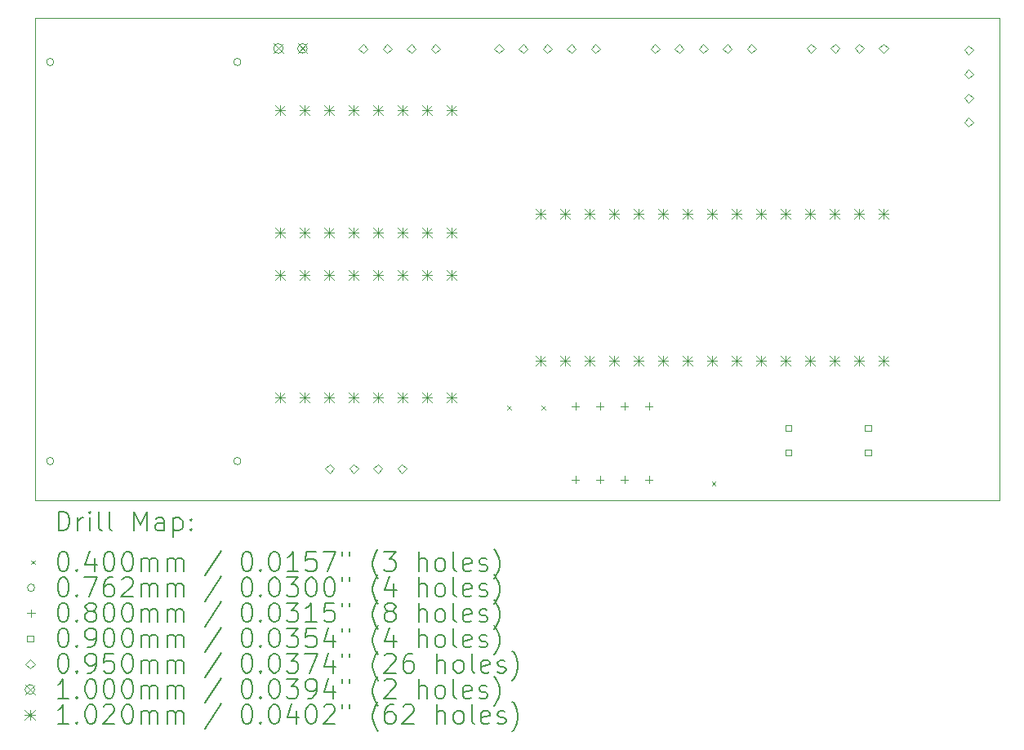
<source format=gbr>
%TF.GenerationSoftware,KiCad,Pcbnew,7.0.1*%
%TF.CreationDate,2024-03-29T16:21:10+01:00*%
%TF.ProjectId,carte_generale,63617274-655f-4676-956e-6572616c652e,Cyril_ Eliott*%
%TF.SameCoordinates,Original*%
%TF.FileFunction,Drillmap*%
%TF.FilePolarity,Positive*%
%FSLAX45Y45*%
G04 Gerber Fmt 4.5, Leading zero omitted, Abs format (unit mm)*
G04 Created by KiCad (PCBNEW 7.0.1) date 2024-03-29 16:21:10*
%MOMM*%
%LPD*%
G01*
G04 APERTURE LIST*
%ADD10C,0.100000*%
%ADD11C,0.200000*%
%ADD12C,0.040000*%
%ADD13C,0.076200*%
%ADD14C,0.080000*%
%ADD15C,0.090000*%
%ADD16C,0.095000*%
%ADD17C,0.102000*%
G04 APERTURE END LIST*
D10*
X14668500Y-6096000D02*
X24668500Y-6096000D01*
X24668500Y-11096000D01*
X14668500Y-11096000D01*
X14668500Y-6096000D01*
D11*
D12*
X19563400Y-10114600D02*
X19603400Y-10154600D01*
X19603400Y-10114600D02*
X19563400Y-10154600D01*
X19919000Y-10114600D02*
X19959000Y-10154600D01*
X19959000Y-10114600D02*
X19919000Y-10154600D01*
X21684300Y-10902000D02*
X21724300Y-10942000D01*
X21724300Y-10902000D02*
X21684300Y-10942000D01*
D13*
X14862100Y-6550760D02*
G75*
G03*
X14862100Y-6550760I-38100J0D01*
G01*
X14862100Y-10690760D02*
G75*
G03*
X14862100Y-10690760I-38100J0D01*
G01*
X16802100Y-6550760D02*
G75*
G03*
X16802100Y-6550760I-38100J0D01*
G01*
X16802100Y-10690760D02*
G75*
G03*
X16802100Y-10690760I-38100J0D01*
G01*
D14*
X20269200Y-10081900D02*
X20269200Y-10161900D01*
X20229200Y-10121900D02*
X20309200Y-10121900D01*
X20269200Y-10843900D02*
X20269200Y-10923900D01*
X20229200Y-10883900D02*
X20309200Y-10883900D01*
X20523200Y-10081900D02*
X20523200Y-10161900D01*
X20483200Y-10121900D02*
X20563200Y-10121900D01*
X20523200Y-10843900D02*
X20523200Y-10923900D01*
X20483200Y-10883900D02*
X20563200Y-10883900D01*
X20777200Y-10081900D02*
X20777200Y-10161900D01*
X20737200Y-10121900D02*
X20817200Y-10121900D01*
X20777200Y-10843900D02*
X20777200Y-10923900D01*
X20737200Y-10883900D02*
X20817200Y-10883900D01*
X21031200Y-10081900D02*
X21031200Y-10161900D01*
X20991200Y-10121900D02*
X21071200Y-10121900D01*
X21031200Y-10843900D02*
X21031200Y-10923900D01*
X20991200Y-10883900D02*
X21071200Y-10883900D01*
D15*
X22510820Y-10382320D02*
X22510820Y-10318680D01*
X22447180Y-10318680D01*
X22447180Y-10382320D01*
X22510820Y-10382320D01*
X22510820Y-10636320D02*
X22510820Y-10572680D01*
X22447180Y-10572680D01*
X22447180Y-10636320D01*
X22510820Y-10636320D01*
X23336320Y-10382320D02*
X23336320Y-10318680D01*
X23272680Y-10318680D01*
X23272680Y-10382320D01*
X23336320Y-10382320D01*
X23336320Y-10636320D02*
X23336320Y-10572680D01*
X23272680Y-10572680D01*
X23272680Y-10636320D01*
X23336320Y-10636320D01*
D16*
X17722500Y-10817100D02*
X17770000Y-10769600D01*
X17722500Y-10722100D01*
X17675000Y-10769600D01*
X17722500Y-10817100D01*
X17972500Y-10817100D02*
X18020000Y-10769600D01*
X17972500Y-10722100D01*
X17925000Y-10769600D01*
X17972500Y-10817100D01*
X18069560Y-6461000D02*
X18117060Y-6413500D01*
X18069560Y-6366000D01*
X18022060Y-6413500D01*
X18069560Y-6461000D01*
X18222500Y-10817100D02*
X18270000Y-10769600D01*
X18222500Y-10722100D01*
X18175000Y-10769600D01*
X18222500Y-10817100D01*
X18319560Y-6461000D02*
X18367060Y-6413500D01*
X18319560Y-6366000D01*
X18272060Y-6413500D01*
X18319560Y-6461000D01*
X18472500Y-10817100D02*
X18520000Y-10769600D01*
X18472500Y-10722100D01*
X18425000Y-10769600D01*
X18472500Y-10817100D01*
X18569560Y-6461000D02*
X18617060Y-6413500D01*
X18569560Y-6366000D01*
X18522060Y-6413500D01*
X18569560Y-6461000D01*
X18819560Y-6461000D02*
X18867060Y-6413500D01*
X18819560Y-6366000D01*
X18772060Y-6413500D01*
X18819560Y-6461000D01*
X19477100Y-6461000D02*
X19524600Y-6413500D01*
X19477100Y-6366000D01*
X19429600Y-6413500D01*
X19477100Y-6461000D01*
X19727100Y-6461000D02*
X19774600Y-6413500D01*
X19727100Y-6366000D01*
X19679600Y-6413500D01*
X19727100Y-6461000D01*
X19977100Y-6461000D02*
X20024600Y-6413500D01*
X19977100Y-6366000D01*
X19929600Y-6413500D01*
X19977100Y-6461000D01*
X20227100Y-6461000D02*
X20274600Y-6413500D01*
X20227100Y-6366000D01*
X20179600Y-6413500D01*
X20227100Y-6461000D01*
X20477100Y-6461000D02*
X20524600Y-6413500D01*
X20477100Y-6366000D01*
X20429600Y-6413500D01*
X20477100Y-6461000D01*
X21094700Y-6461000D02*
X21142200Y-6413500D01*
X21094700Y-6366000D01*
X21047200Y-6413500D01*
X21094700Y-6461000D01*
X21344700Y-6461000D02*
X21392200Y-6413500D01*
X21344700Y-6366000D01*
X21297200Y-6413500D01*
X21344700Y-6461000D01*
X21594700Y-6461000D02*
X21642200Y-6413500D01*
X21594700Y-6366000D01*
X21547200Y-6413500D01*
X21594700Y-6461000D01*
X21844700Y-6461000D02*
X21892200Y-6413500D01*
X21844700Y-6366000D01*
X21797200Y-6413500D01*
X21844700Y-6461000D01*
X22094700Y-6461000D02*
X22142200Y-6413500D01*
X22094700Y-6366000D01*
X22047200Y-6413500D01*
X22094700Y-6461000D01*
X22713600Y-6459300D02*
X22761100Y-6411800D01*
X22713600Y-6364300D01*
X22666100Y-6411800D01*
X22713600Y-6459300D01*
X22963600Y-6459300D02*
X23011100Y-6411800D01*
X22963600Y-6364300D01*
X22916100Y-6411800D01*
X22963600Y-6459300D01*
X23213600Y-6459300D02*
X23261100Y-6411800D01*
X23213600Y-6364300D01*
X23166100Y-6411800D01*
X23213600Y-6459300D01*
X23463600Y-6459300D02*
X23511100Y-6411800D01*
X23463600Y-6364300D01*
X23416100Y-6411800D01*
X23463600Y-6459300D01*
X24345900Y-6473700D02*
X24393400Y-6426200D01*
X24345900Y-6378700D01*
X24298400Y-6426200D01*
X24345900Y-6473700D01*
X24345900Y-6723700D02*
X24393400Y-6676200D01*
X24345900Y-6628700D01*
X24298400Y-6676200D01*
X24345900Y-6723700D01*
X24345900Y-6973700D02*
X24393400Y-6926200D01*
X24345900Y-6878700D01*
X24298400Y-6926200D01*
X24345900Y-6973700D01*
X24345900Y-7223700D02*
X24393400Y-7176200D01*
X24345900Y-7128700D01*
X24298400Y-7176200D01*
X24345900Y-7223700D01*
D10*
X17139640Y-6360960D02*
X17239640Y-6460960D01*
X17239640Y-6360960D02*
X17139640Y-6460960D01*
X17239640Y-6410960D02*
G75*
G03*
X17239640Y-6410960I-50000J0D01*
G01*
X17389640Y-6360960D02*
X17489640Y-6460960D01*
X17489640Y-6360960D02*
X17389640Y-6460960D01*
X17489640Y-6410960D02*
G75*
G03*
X17489640Y-6410960I-50000J0D01*
G01*
D17*
X17157500Y-6997500D02*
X17259500Y-7099500D01*
X17259500Y-6997500D02*
X17157500Y-7099500D01*
X17208500Y-6997500D02*
X17208500Y-7099500D01*
X17157500Y-7048500D02*
X17259500Y-7048500D01*
X17157500Y-8267500D02*
X17259500Y-8369500D01*
X17259500Y-8267500D02*
X17157500Y-8369500D01*
X17208500Y-8267500D02*
X17208500Y-8369500D01*
X17157500Y-8318500D02*
X17259500Y-8318500D01*
X17157500Y-8712000D02*
X17259500Y-8814000D01*
X17259500Y-8712000D02*
X17157500Y-8814000D01*
X17208500Y-8712000D02*
X17208500Y-8814000D01*
X17157500Y-8763000D02*
X17259500Y-8763000D01*
X17157500Y-9982000D02*
X17259500Y-10084000D01*
X17259500Y-9982000D02*
X17157500Y-10084000D01*
X17208500Y-9982000D02*
X17208500Y-10084000D01*
X17157500Y-10033000D02*
X17259500Y-10033000D01*
X17411500Y-6997500D02*
X17513500Y-7099500D01*
X17513500Y-6997500D02*
X17411500Y-7099500D01*
X17462500Y-6997500D02*
X17462500Y-7099500D01*
X17411500Y-7048500D02*
X17513500Y-7048500D01*
X17411500Y-8267500D02*
X17513500Y-8369500D01*
X17513500Y-8267500D02*
X17411500Y-8369500D01*
X17462500Y-8267500D02*
X17462500Y-8369500D01*
X17411500Y-8318500D02*
X17513500Y-8318500D01*
X17411500Y-8712000D02*
X17513500Y-8814000D01*
X17513500Y-8712000D02*
X17411500Y-8814000D01*
X17462500Y-8712000D02*
X17462500Y-8814000D01*
X17411500Y-8763000D02*
X17513500Y-8763000D01*
X17411500Y-9982000D02*
X17513500Y-10084000D01*
X17513500Y-9982000D02*
X17411500Y-10084000D01*
X17462500Y-9982000D02*
X17462500Y-10084000D01*
X17411500Y-10033000D02*
X17513500Y-10033000D01*
X17665500Y-6997500D02*
X17767500Y-7099500D01*
X17767500Y-6997500D02*
X17665500Y-7099500D01*
X17716500Y-6997500D02*
X17716500Y-7099500D01*
X17665500Y-7048500D02*
X17767500Y-7048500D01*
X17665500Y-8267500D02*
X17767500Y-8369500D01*
X17767500Y-8267500D02*
X17665500Y-8369500D01*
X17716500Y-8267500D02*
X17716500Y-8369500D01*
X17665500Y-8318500D02*
X17767500Y-8318500D01*
X17665500Y-8712000D02*
X17767500Y-8814000D01*
X17767500Y-8712000D02*
X17665500Y-8814000D01*
X17716500Y-8712000D02*
X17716500Y-8814000D01*
X17665500Y-8763000D02*
X17767500Y-8763000D01*
X17665500Y-9982000D02*
X17767500Y-10084000D01*
X17767500Y-9982000D02*
X17665500Y-10084000D01*
X17716500Y-9982000D02*
X17716500Y-10084000D01*
X17665500Y-10033000D02*
X17767500Y-10033000D01*
X17919500Y-6997500D02*
X18021500Y-7099500D01*
X18021500Y-6997500D02*
X17919500Y-7099500D01*
X17970500Y-6997500D02*
X17970500Y-7099500D01*
X17919500Y-7048500D02*
X18021500Y-7048500D01*
X17919500Y-8267500D02*
X18021500Y-8369500D01*
X18021500Y-8267500D02*
X17919500Y-8369500D01*
X17970500Y-8267500D02*
X17970500Y-8369500D01*
X17919500Y-8318500D02*
X18021500Y-8318500D01*
X17919500Y-8712000D02*
X18021500Y-8814000D01*
X18021500Y-8712000D02*
X17919500Y-8814000D01*
X17970500Y-8712000D02*
X17970500Y-8814000D01*
X17919500Y-8763000D02*
X18021500Y-8763000D01*
X17919500Y-9982000D02*
X18021500Y-10084000D01*
X18021500Y-9982000D02*
X17919500Y-10084000D01*
X17970500Y-9982000D02*
X17970500Y-10084000D01*
X17919500Y-10033000D02*
X18021500Y-10033000D01*
X18173500Y-6997500D02*
X18275500Y-7099500D01*
X18275500Y-6997500D02*
X18173500Y-7099500D01*
X18224500Y-6997500D02*
X18224500Y-7099500D01*
X18173500Y-7048500D02*
X18275500Y-7048500D01*
X18173500Y-8267500D02*
X18275500Y-8369500D01*
X18275500Y-8267500D02*
X18173500Y-8369500D01*
X18224500Y-8267500D02*
X18224500Y-8369500D01*
X18173500Y-8318500D02*
X18275500Y-8318500D01*
X18173500Y-8712000D02*
X18275500Y-8814000D01*
X18275500Y-8712000D02*
X18173500Y-8814000D01*
X18224500Y-8712000D02*
X18224500Y-8814000D01*
X18173500Y-8763000D02*
X18275500Y-8763000D01*
X18173500Y-9982000D02*
X18275500Y-10084000D01*
X18275500Y-9982000D02*
X18173500Y-10084000D01*
X18224500Y-9982000D02*
X18224500Y-10084000D01*
X18173500Y-10033000D02*
X18275500Y-10033000D01*
X18427500Y-6997500D02*
X18529500Y-7099500D01*
X18529500Y-6997500D02*
X18427500Y-7099500D01*
X18478500Y-6997500D02*
X18478500Y-7099500D01*
X18427500Y-7048500D02*
X18529500Y-7048500D01*
X18427500Y-8267500D02*
X18529500Y-8369500D01*
X18529500Y-8267500D02*
X18427500Y-8369500D01*
X18478500Y-8267500D02*
X18478500Y-8369500D01*
X18427500Y-8318500D02*
X18529500Y-8318500D01*
X18427500Y-8712000D02*
X18529500Y-8814000D01*
X18529500Y-8712000D02*
X18427500Y-8814000D01*
X18478500Y-8712000D02*
X18478500Y-8814000D01*
X18427500Y-8763000D02*
X18529500Y-8763000D01*
X18427500Y-9982000D02*
X18529500Y-10084000D01*
X18529500Y-9982000D02*
X18427500Y-10084000D01*
X18478500Y-9982000D02*
X18478500Y-10084000D01*
X18427500Y-10033000D02*
X18529500Y-10033000D01*
X18681500Y-6997500D02*
X18783500Y-7099500D01*
X18783500Y-6997500D02*
X18681500Y-7099500D01*
X18732500Y-6997500D02*
X18732500Y-7099500D01*
X18681500Y-7048500D02*
X18783500Y-7048500D01*
X18681500Y-8267500D02*
X18783500Y-8369500D01*
X18783500Y-8267500D02*
X18681500Y-8369500D01*
X18732500Y-8267500D02*
X18732500Y-8369500D01*
X18681500Y-8318500D02*
X18783500Y-8318500D01*
X18681500Y-8712000D02*
X18783500Y-8814000D01*
X18783500Y-8712000D02*
X18681500Y-8814000D01*
X18732500Y-8712000D02*
X18732500Y-8814000D01*
X18681500Y-8763000D02*
X18783500Y-8763000D01*
X18681500Y-9982000D02*
X18783500Y-10084000D01*
X18783500Y-9982000D02*
X18681500Y-10084000D01*
X18732500Y-9982000D02*
X18732500Y-10084000D01*
X18681500Y-10033000D02*
X18783500Y-10033000D01*
X18935500Y-6997500D02*
X19037500Y-7099500D01*
X19037500Y-6997500D02*
X18935500Y-7099500D01*
X18986500Y-6997500D02*
X18986500Y-7099500D01*
X18935500Y-7048500D02*
X19037500Y-7048500D01*
X18935500Y-8267500D02*
X19037500Y-8369500D01*
X19037500Y-8267500D02*
X18935500Y-8369500D01*
X18986500Y-8267500D02*
X18986500Y-8369500D01*
X18935500Y-8318500D02*
X19037500Y-8318500D01*
X18935500Y-8712000D02*
X19037500Y-8814000D01*
X19037500Y-8712000D02*
X18935500Y-8814000D01*
X18986500Y-8712000D02*
X18986500Y-8814000D01*
X18935500Y-8763000D02*
X19037500Y-8763000D01*
X18935500Y-9982000D02*
X19037500Y-10084000D01*
X19037500Y-9982000D02*
X18935500Y-10084000D01*
X18986500Y-9982000D02*
X18986500Y-10084000D01*
X18935500Y-10033000D02*
X19037500Y-10033000D01*
X19858500Y-8077000D02*
X19960500Y-8179000D01*
X19960500Y-8077000D02*
X19858500Y-8179000D01*
X19909500Y-8077000D02*
X19909500Y-8179000D01*
X19858500Y-8128000D02*
X19960500Y-8128000D01*
X19858500Y-9601000D02*
X19960500Y-9703000D01*
X19960500Y-9601000D02*
X19858500Y-9703000D01*
X19909500Y-9601000D02*
X19909500Y-9703000D01*
X19858500Y-9652000D02*
X19960500Y-9652000D01*
X20112500Y-8077000D02*
X20214500Y-8179000D01*
X20214500Y-8077000D02*
X20112500Y-8179000D01*
X20163500Y-8077000D02*
X20163500Y-8179000D01*
X20112500Y-8128000D02*
X20214500Y-8128000D01*
X20112500Y-9601000D02*
X20214500Y-9703000D01*
X20214500Y-9601000D02*
X20112500Y-9703000D01*
X20163500Y-9601000D02*
X20163500Y-9703000D01*
X20112500Y-9652000D02*
X20214500Y-9652000D01*
X20366500Y-8077000D02*
X20468500Y-8179000D01*
X20468500Y-8077000D02*
X20366500Y-8179000D01*
X20417500Y-8077000D02*
X20417500Y-8179000D01*
X20366500Y-8128000D02*
X20468500Y-8128000D01*
X20366500Y-9601000D02*
X20468500Y-9703000D01*
X20468500Y-9601000D02*
X20366500Y-9703000D01*
X20417500Y-9601000D02*
X20417500Y-9703000D01*
X20366500Y-9652000D02*
X20468500Y-9652000D01*
X20620500Y-8077000D02*
X20722500Y-8179000D01*
X20722500Y-8077000D02*
X20620500Y-8179000D01*
X20671500Y-8077000D02*
X20671500Y-8179000D01*
X20620500Y-8128000D02*
X20722500Y-8128000D01*
X20620500Y-9601000D02*
X20722500Y-9703000D01*
X20722500Y-9601000D02*
X20620500Y-9703000D01*
X20671500Y-9601000D02*
X20671500Y-9703000D01*
X20620500Y-9652000D02*
X20722500Y-9652000D01*
X20874500Y-8077000D02*
X20976500Y-8179000D01*
X20976500Y-8077000D02*
X20874500Y-8179000D01*
X20925500Y-8077000D02*
X20925500Y-8179000D01*
X20874500Y-8128000D02*
X20976500Y-8128000D01*
X20874500Y-9601000D02*
X20976500Y-9703000D01*
X20976500Y-9601000D02*
X20874500Y-9703000D01*
X20925500Y-9601000D02*
X20925500Y-9703000D01*
X20874500Y-9652000D02*
X20976500Y-9652000D01*
X21128500Y-8077000D02*
X21230500Y-8179000D01*
X21230500Y-8077000D02*
X21128500Y-8179000D01*
X21179500Y-8077000D02*
X21179500Y-8179000D01*
X21128500Y-8128000D02*
X21230500Y-8128000D01*
X21128500Y-9601000D02*
X21230500Y-9703000D01*
X21230500Y-9601000D02*
X21128500Y-9703000D01*
X21179500Y-9601000D02*
X21179500Y-9703000D01*
X21128500Y-9652000D02*
X21230500Y-9652000D01*
X21382500Y-8077000D02*
X21484500Y-8179000D01*
X21484500Y-8077000D02*
X21382500Y-8179000D01*
X21433500Y-8077000D02*
X21433500Y-8179000D01*
X21382500Y-8128000D02*
X21484500Y-8128000D01*
X21382500Y-9601000D02*
X21484500Y-9703000D01*
X21484500Y-9601000D02*
X21382500Y-9703000D01*
X21433500Y-9601000D02*
X21433500Y-9703000D01*
X21382500Y-9652000D02*
X21484500Y-9652000D01*
X21636500Y-8077000D02*
X21738500Y-8179000D01*
X21738500Y-8077000D02*
X21636500Y-8179000D01*
X21687500Y-8077000D02*
X21687500Y-8179000D01*
X21636500Y-8128000D02*
X21738500Y-8128000D01*
X21636500Y-9601000D02*
X21738500Y-9703000D01*
X21738500Y-9601000D02*
X21636500Y-9703000D01*
X21687500Y-9601000D02*
X21687500Y-9703000D01*
X21636500Y-9652000D02*
X21738500Y-9652000D01*
X21890500Y-8077000D02*
X21992500Y-8179000D01*
X21992500Y-8077000D02*
X21890500Y-8179000D01*
X21941500Y-8077000D02*
X21941500Y-8179000D01*
X21890500Y-8128000D02*
X21992500Y-8128000D01*
X21890500Y-9601000D02*
X21992500Y-9703000D01*
X21992500Y-9601000D02*
X21890500Y-9703000D01*
X21941500Y-9601000D02*
X21941500Y-9703000D01*
X21890500Y-9652000D02*
X21992500Y-9652000D01*
X22144500Y-8077000D02*
X22246500Y-8179000D01*
X22246500Y-8077000D02*
X22144500Y-8179000D01*
X22195500Y-8077000D02*
X22195500Y-8179000D01*
X22144500Y-8128000D02*
X22246500Y-8128000D01*
X22144500Y-9601000D02*
X22246500Y-9703000D01*
X22246500Y-9601000D02*
X22144500Y-9703000D01*
X22195500Y-9601000D02*
X22195500Y-9703000D01*
X22144500Y-9652000D02*
X22246500Y-9652000D01*
X22398500Y-8077000D02*
X22500500Y-8179000D01*
X22500500Y-8077000D02*
X22398500Y-8179000D01*
X22449500Y-8077000D02*
X22449500Y-8179000D01*
X22398500Y-8128000D02*
X22500500Y-8128000D01*
X22398500Y-9601000D02*
X22500500Y-9703000D01*
X22500500Y-9601000D02*
X22398500Y-9703000D01*
X22449500Y-9601000D02*
X22449500Y-9703000D01*
X22398500Y-9652000D02*
X22500500Y-9652000D01*
X22652500Y-8077000D02*
X22754500Y-8179000D01*
X22754500Y-8077000D02*
X22652500Y-8179000D01*
X22703500Y-8077000D02*
X22703500Y-8179000D01*
X22652500Y-8128000D02*
X22754500Y-8128000D01*
X22652500Y-9601000D02*
X22754500Y-9703000D01*
X22754500Y-9601000D02*
X22652500Y-9703000D01*
X22703500Y-9601000D02*
X22703500Y-9703000D01*
X22652500Y-9652000D02*
X22754500Y-9652000D01*
X22906500Y-8077000D02*
X23008500Y-8179000D01*
X23008500Y-8077000D02*
X22906500Y-8179000D01*
X22957500Y-8077000D02*
X22957500Y-8179000D01*
X22906500Y-8128000D02*
X23008500Y-8128000D01*
X22906500Y-9601000D02*
X23008500Y-9703000D01*
X23008500Y-9601000D02*
X22906500Y-9703000D01*
X22957500Y-9601000D02*
X22957500Y-9703000D01*
X22906500Y-9652000D02*
X23008500Y-9652000D01*
X23160500Y-8077000D02*
X23262500Y-8179000D01*
X23262500Y-8077000D02*
X23160500Y-8179000D01*
X23211500Y-8077000D02*
X23211500Y-8179000D01*
X23160500Y-8128000D02*
X23262500Y-8128000D01*
X23160500Y-9601000D02*
X23262500Y-9703000D01*
X23262500Y-9601000D02*
X23160500Y-9703000D01*
X23211500Y-9601000D02*
X23211500Y-9703000D01*
X23160500Y-9652000D02*
X23262500Y-9652000D01*
X23414500Y-8077000D02*
X23516500Y-8179000D01*
X23516500Y-8077000D02*
X23414500Y-8179000D01*
X23465500Y-8077000D02*
X23465500Y-8179000D01*
X23414500Y-8128000D02*
X23516500Y-8128000D01*
X23414500Y-9601000D02*
X23516500Y-9703000D01*
X23516500Y-9601000D02*
X23414500Y-9703000D01*
X23465500Y-9601000D02*
X23465500Y-9703000D01*
X23414500Y-9652000D02*
X23516500Y-9652000D01*
D11*
X14911119Y-11413524D02*
X14911119Y-11213524D01*
X14911119Y-11213524D02*
X14958738Y-11213524D01*
X14958738Y-11213524D02*
X14987309Y-11223048D01*
X14987309Y-11223048D02*
X15006357Y-11242095D01*
X15006357Y-11242095D02*
X15015881Y-11261143D01*
X15015881Y-11261143D02*
X15025405Y-11299238D01*
X15025405Y-11299238D02*
X15025405Y-11327809D01*
X15025405Y-11327809D02*
X15015881Y-11365905D01*
X15015881Y-11365905D02*
X15006357Y-11384952D01*
X15006357Y-11384952D02*
X14987309Y-11404000D01*
X14987309Y-11404000D02*
X14958738Y-11413524D01*
X14958738Y-11413524D02*
X14911119Y-11413524D01*
X15111119Y-11413524D02*
X15111119Y-11280190D01*
X15111119Y-11318286D02*
X15120643Y-11299238D01*
X15120643Y-11299238D02*
X15130167Y-11289714D01*
X15130167Y-11289714D02*
X15149214Y-11280190D01*
X15149214Y-11280190D02*
X15168262Y-11280190D01*
X15234928Y-11413524D02*
X15234928Y-11280190D01*
X15234928Y-11213524D02*
X15225405Y-11223048D01*
X15225405Y-11223048D02*
X15234928Y-11232571D01*
X15234928Y-11232571D02*
X15244452Y-11223048D01*
X15244452Y-11223048D02*
X15234928Y-11213524D01*
X15234928Y-11213524D02*
X15234928Y-11232571D01*
X15358738Y-11413524D02*
X15339690Y-11404000D01*
X15339690Y-11404000D02*
X15330167Y-11384952D01*
X15330167Y-11384952D02*
X15330167Y-11213524D01*
X15463500Y-11413524D02*
X15444452Y-11404000D01*
X15444452Y-11404000D02*
X15434928Y-11384952D01*
X15434928Y-11384952D02*
X15434928Y-11213524D01*
X15692071Y-11413524D02*
X15692071Y-11213524D01*
X15692071Y-11213524D02*
X15758738Y-11356381D01*
X15758738Y-11356381D02*
X15825405Y-11213524D01*
X15825405Y-11213524D02*
X15825405Y-11413524D01*
X16006357Y-11413524D02*
X16006357Y-11308762D01*
X16006357Y-11308762D02*
X15996833Y-11289714D01*
X15996833Y-11289714D02*
X15977786Y-11280190D01*
X15977786Y-11280190D02*
X15939690Y-11280190D01*
X15939690Y-11280190D02*
X15920643Y-11289714D01*
X16006357Y-11404000D02*
X15987309Y-11413524D01*
X15987309Y-11413524D02*
X15939690Y-11413524D01*
X15939690Y-11413524D02*
X15920643Y-11404000D01*
X15920643Y-11404000D02*
X15911119Y-11384952D01*
X15911119Y-11384952D02*
X15911119Y-11365905D01*
X15911119Y-11365905D02*
X15920643Y-11346857D01*
X15920643Y-11346857D02*
X15939690Y-11337333D01*
X15939690Y-11337333D02*
X15987309Y-11337333D01*
X15987309Y-11337333D02*
X16006357Y-11327809D01*
X16101595Y-11280190D02*
X16101595Y-11480190D01*
X16101595Y-11289714D02*
X16120643Y-11280190D01*
X16120643Y-11280190D02*
X16158738Y-11280190D01*
X16158738Y-11280190D02*
X16177786Y-11289714D01*
X16177786Y-11289714D02*
X16187309Y-11299238D01*
X16187309Y-11299238D02*
X16196833Y-11318286D01*
X16196833Y-11318286D02*
X16196833Y-11375428D01*
X16196833Y-11375428D02*
X16187309Y-11394476D01*
X16187309Y-11394476D02*
X16177786Y-11404000D01*
X16177786Y-11404000D02*
X16158738Y-11413524D01*
X16158738Y-11413524D02*
X16120643Y-11413524D01*
X16120643Y-11413524D02*
X16101595Y-11404000D01*
X16282548Y-11394476D02*
X16292071Y-11404000D01*
X16292071Y-11404000D02*
X16282548Y-11413524D01*
X16282548Y-11413524D02*
X16273024Y-11404000D01*
X16273024Y-11404000D02*
X16282548Y-11394476D01*
X16282548Y-11394476D02*
X16282548Y-11413524D01*
X16282548Y-11289714D02*
X16292071Y-11299238D01*
X16292071Y-11299238D02*
X16282548Y-11308762D01*
X16282548Y-11308762D02*
X16273024Y-11299238D01*
X16273024Y-11299238D02*
X16282548Y-11289714D01*
X16282548Y-11289714D02*
X16282548Y-11308762D01*
D12*
X14623500Y-11721000D02*
X14663500Y-11761000D01*
X14663500Y-11721000D02*
X14623500Y-11761000D01*
D11*
X14949214Y-11633524D02*
X14968262Y-11633524D01*
X14968262Y-11633524D02*
X14987309Y-11643048D01*
X14987309Y-11643048D02*
X14996833Y-11652571D01*
X14996833Y-11652571D02*
X15006357Y-11671619D01*
X15006357Y-11671619D02*
X15015881Y-11709714D01*
X15015881Y-11709714D02*
X15015881Y-11757333D01*
X15015881Y-11757333D02*
X15006357Y-11795428D01*
X15006357Y-11795428D02*
X14996833Y-11814476D01*
X14996833Y-11814476D02*
X14987309Y-11824000D01*
X14987309Y-11824000D02*
X14968262Y-11833524D01*
X14968262Y-11833524D02*
X14949214Y-11833524D01*
X14949214Y-11833524D02*
X14930167Y-11824000D01*
X14930167Y-11824000D02*
X14920643Y-11814476D01*
X14920643Y-11814476D02*
X14911119Y-11795428D01*
X14911119Y-11795428D02*
X14901595Y-11757333D01*
X14901595Y-11757333D02*
X14901595Y-11709714D01*
X14901595Y-11709714D02*
X14911119Y-11671619D01*
X14911119Y-11671619D02*
X14920643Y-11652571D01*
X14920643Y-11652571D02*
X14930167Y-11643048D01*
X14930167Y-11643048D02*
X14949214Y-11633524D01*
X15101595Y-11814476D02*
X15111119Y-11824000D01*
X15111119Y-11824000D02*
X15101595Y-11833524D01*
X15101595Y-11833524D02*
X15092071Y-11824000D01*
X15092071Y-11824000D02*
X15101595Y-11814476D01*
X15101595Y-11814476D02*
X15101595Y-11833524D01*
X15282548Y-11700190D02*
X15282548Y-11833524D01*
X15234928Y-11624000D02*
X15187309Y-11766857D01*
X15187309Y-11766857D02*
X15311119Y-11766857D01*
X15425405Y-11633524D02*
X15444452Y-11633524D01*
X15444452Y-11633524D02*
X15463500Y-11643048D01*
X15463500Y-11643048D02*
X15473024Y-11652571D01*
X15473024Y-11652571D02*
X15482548Y-11671619D01*
X15482548Y-11671619D02*
X15492071Y-11709714D01*
X15492071Y-11709714D02*
X15492071Y-11757333D01*
X15492071Y-11757333D02*
X15482548Y-11795428D01*
X15482548Y-11795428D02*
X15473024Y-11814476D01*
X15473024Y-11814476D02*
X15463500Y-11824000D01*
X15463500Y-11824000D02*
X15444452Y-11833524D01*
X15444452Y-11833524D02*
X15425405Y-11833524D01*
X15425405Y-11833524D02*
X15406357Y-11824000D01*
X15406357Y-11824000D02*
X15396833Y-11814476D01*
X15396833Y-11814476D02*
X15387309Y-11795428D01*
X15387309Y-11795428D02*
X15377786Y-11757333D01*
X15377786Y-11757333D02*
X15377786Y-11709714D01*
X15377786Y-11709714D02*
X15387309Y-11671619D01*
X15387309Y-11671619D02*
X15396833Y-11652571D01*
X15396833Y-11652571D02*
X15406357Y-11643048D01*
X15406357Y-11643048D02*
X15425405Y-11633524D01*
X15615881Y-11633524D02*
X15634929Y-11633524D01*
X15634929Y-11633524D02*
X15653976Y-11643048D01*
X15653976Y-11643048D02*
X15663500Y-11652571D01*
X15663500Y-11652571D02*
X15673024Y-11671619D01*
X15673024Y-11671619D02*
X15682548Y-11709714D01*
X15682548Y-11709714D02*
X15682548Y-11757333D01*
X15682548Y-11757333D02*
X15673024Y-11795428D01*
X15673024Y-11795428D02*
X15663500Y-11814476D01*
X15663500Y-11814476D02*
X15653976Y-11824000D01*
X15653976Y-11824000D02*
X15634929Y-11833524D01*
X15634929Y-11833524D02*
X15615881Y-11833524D01*
X15615881Y-11833524D02*
X15596833Y-11824000D01*
X15596833Y-11824000D02*
X15587309Y-11814476D01*
X15587309Y-11814476D02*
X15577786Y-11795428D01*
X15577786Y-11795428D02*
X15568262Y-11757333D01*
X15568262Y-11757333D02*
X15568262Y-11709714D01*
X15568262Y-11709714D02*
X15577786Y-11671619D01*
X15577786Y-11671619D02*
X15587309Y-11652571D01*
X15587309Y-11652571D02*
X15596833Y-11643048D01*
X15596833Y-11643048D02*
X15615881Y-11633524D01*
X15768262Y-11833524D02*
X15768262Y-11700190D01*
X15768262Y-11719238D02*
X15777786Y-11709714D01*
X15777786Y-11709714D02*
X15796833Y-11700190D01*
X15796833Y-11700190D02*
X15825405Y-11700190D01*
X15825405Y-11700190D02*
X15844452Y-11709714D01*
X15844452Y-11709714D02*
X15853976Y-11728762D01*
X15853976Y-11728762D02*
X15853976Y-11833524D01*
X15853976Y-11728762D02*
X15863500Y-11709714D01*
X15863500Y-11709714D02*
X15882548Y-11700190D01*
X15882548Y-11700190D02*
X15911119Y-11700190D01*
X15911119Y-11700190D02*
X15930167Y-11709714D01*
X15930167Y-11709714D02*
X15939690Y-11728762D01*
X15939690Y-11728762D02*
X15939690Y-11833524D01*
X16034929Y-11833524D02*
X16034929Y-11700190D01*
X16034929Y-11719238D02*
X16044452Y-11709714D01*
X16044452Y-11709714D02*
X16063500Y-11700190D01*
X16063500Y-11700190D02*
X16092071Y-11700190D01*
X16092071Y-11700190D02*
X16111119Y-11709714D01*
X16111119Y-11709714D02*
X16120643Y-11728762D01*
X16120643Y-11728762D02*
X16120643Y-11833524D01*
X16120643Y-11728762D02*
X16130167Y-11709714D01*
X16130167Y-11709714D02*
X16149214Y-11700190D01*
X16149214Y-11700190D02*
X16177786Y-11700190D01*
X16177786Y-11700190D02*
X16196833Y-11709714D01*
X16196833Y-11709714D02*
X16206357Y-11728762D01*
X16206357Y-11728762D02*
X16206357Y-11833524D01*
X16596833Y-11624000D02*
X16425405Y-11881143D01*
X16853976Y-11633524D02*
X16873024Y-11633524D01*
X16873024Y-11633524D02*
X16892072Y-11643048D01*
X16892072Y-11643048D02*
X16901595Y-11652571D01*
X16901595Y-11652571D02*
X16911119Y-11671619D01*
X16911119Y-11671619D02*
X16920643Y-11709714D01*
X16920643Y-11709714D02*
X16920643Y-11757333D01*
X16920643Y-11757333D02*
X16911119Y-11795428D01*
X16911119Y-11795428D02*
X16901595Y-11814476D01*
X16901595Y-11814476D02*
X16892072Y-11824000D01*
X16892072Y-11824000D02*
X16873024Y-11833524D01*
X16873024Y-11833524D02*
X16853976Y-11833524D01*
X16853976Y-11833524D02*
X16834929Y-11824000D01*
X16834929Y-11824000D02*
X16825405Y-11814476D01*
X16825405Y-11814476D02*
X16815881Y-11795428D01*
X16815881Y-11795428D02*
X16806357Y-11757333D01*
X16806357Y-11757333D02*
X16806357Y-11709714D01*
X16806357Y-11709714D02*
X16815881Y-11671619D01*
X16815881Y-11671619D02*
X16825405Y-11652571D01*
X16825405Y-11652571D02*
X16834929Y-11643048D01*
X16834929Y-11643048D02*
X16853976Y-11633524D01*
X17006357Y-11814476D02*
X17015881Y-11824000D01*
X17015881Y-11824000D02*
X17006357Y-11833524D01*
X17006357Y-11833524D02*
X16996834Y-11824000D01*
X16996834Y-11824000D02*
X17006357Y-11814476D01*
X17006357Y-11814476D02*
X17006357Y-11833524D01*
X17139691Y-11633524D02*
X17158738Y-11633524D01*
X17158738Y-11633524D02*
X17177786Y-11643048D01*
X17177786Y-11643048D02*
X17187310Y-11652571D01*
X17187310Y-11652571D02*
X17196834Y-11671619D01*
X17196834Y-11671619D02*
X17206357Y-11709714D01*
X17206357Y-11709714D02*
X17206357Y-11757333D01*
X17206357Y-11757333D02*
X17196834Y-11795428D01*
X17196834Y-11795428D02*
X17187310Y-11814476D01*
X17187310Y-11814476D02*
X17177786Y-11824000D01*
X17177786Y-11824000D02*
X17158738Y-11833524D01*
X17158738Y-11833524D02*
X17139691Y-11833524D01*
X17139691Y-11833524D02*
X17120643Y-11824000D01*
X17120643Y-11824000D02*
X17111119Y-11814476D01*
X17111119Y-11814476D02*
X17101595Y-11795428D01*
X17101595Y-11795428D02*
X17092072Y-11757333D01*
X17092072Y-11757333D02*
X17092072Y-11709714D01*
X17092072Y-11709714D02*
X17101595Y-11671619D01*
X17101595Y-11671619D02*
X17111119Y-11652571D01*
X17111119Y-11652571D02*
X17120643Y-11643048D01*
X17120643Y-11643048D02*
X17139691Y-11633524D01*
X17396834Y-11833524D02*
X17282548Y-11833524D01*
X17339691Y-11833524D02*
X17339691Y-11633524D01*
X17339691Y-11633524D02*
X17320643Y-11662095D01*
X17320643Y-11662095D02*
X17301595Y-11681143D01*
X17301595Y-11681143D02*
X17282548Y-11690667D01*
X17577786Y-11633524D02*
X17482548Y-11633524D01*
X17482548Y-11633524D02*
X17473024Y-11728762D01*
X17473024Y-11728762D02*
X17482548Y-11719238D01*
X17482548Y-11719238D02*
X17501595Y-11709714D01*
X17501595Y-11709714D02*
X17549215Y-11709714D01*
X17549215Y-11709714D02*
X17568262Y-11719238D01*
X17568262Y-11719238D02*
X17577786Y-11728762D01*
X17577786Y-11728762D02*
X17587310Y-11747809D01*
X17587310Y-11747809D02*
X17587310Y-11795428D01*
X17587310Y-11795428D02*
X17577786Y-11814476D01*
X17577786Y-11814476D02*
X17568262Y-11824000D01*
X17568262Y-11824000D02*
X17549215Y-11833524D01*
X17549215Y-11833524D02*
X17501595Y-11833524D01*
X17501595Y-11833524D02*
X17482548Y-11824000D01*
X17482548Y-11824000D02*
X17473024Y-11814476D01*
X17653976Y-11633524D02*
X17787310Y-11633524D01*
X17787310Y-11633524D02*
X17701595Y-11833524D01*
X17853976Y-11633524D02*
X17853976Y-11671619D01*
X17930167Y-11633524D02*
X17930167Y-11671619D01*
X18225405Y-11909714D02*
X18215881Y-11900190D01*
X18215881Y-11900190D02*
X18196834Y-11871619D01*
X18196834Y-11871619D02*
X18187310Y-11852571D01*
X18187310Y-11852571D02*
X18177786Y-11824000D01*
X18177786Y-11824000D02*
X18168262Y-11776381D01*
X18168262Y-11776381D02*
X18168262Y-11738286D01*
X18168262Y-11738286D02*
X18177786Y-11690667D01*
X18177786Y-11690667D02*
X18187310Y-11662095D01*
X18187310Y-11662095D02*
X18196834Y-11643048D01*
X18196834Y-11643048D02*
X18215881Y-11614476D01*
X18215881Y-11614476D02*
X18225405Y-11604952D01*
X18282548Y-11633524D02*
X18406357Y-11633524D01*
X18406357Y-11633524D02*
X18339691Y-11709714D01*
X18339691Y-11709714D02*
X18368262Y-11709714D01*
X18368262Y-11709714D02*
X18387310Y-11719238D01*
X18387310Y-11719238D02*
X18396834Y-11728762D01*
X18396834Y-11728762D02*
X18406357Y-11747809D01*
X18406357Y-11747809D02*
X18406357Y-11795428D01*
X18406357Y-11795428D02*
X18396834Y-11814476D01*
X18396834Y-11814476D02*
X18387310Y-11824000D01*
X18387310Y-11824000D02*
X18368262Y-11833524D01*
X18368262Y-11833524D02*
X18311119Y-11833524D01*
X18311119Y-11833524D02*
X18292072Y-11824000D01*
X18292072Y-11824000D02*
X18282548Y-11814476D01*
X18644453Y-11833524D02*
X18644453Y-11633524D01*
X18730167Y-11833524D02*
X18730167Y-11728762D01*
X18730167Y-11728762D02*
X18720643Y-11709714D01*
X18720643Y-11709714D02*
X18701596Y-11700190D01*
X18701596Y-11700190D02*
X18673024Y-11700190D01*
X18673024Y-11700190D02*
X18653977Y-11709714D01*
X18653977Y-11709714D02*
X18644453Y-11719238D01*
X18853977Y-11833524D02*
X18834929Y-11824000D01*
X18834929Y-11824000D02*
X18825405Y-11814476D01*
X18825405Y-11814476D02*
X18815881Y-11795428D01*
X18815881Y-11795428D02*
X18815881Y-11738286D01*
X18815881Y-11738286D02*
X18825405Y-11719238D01*
X18825405Y-11719238D02*
X18834929Y-11709714D01*
X18834929Y-11709714D02*
X18853977Y-11700190D01*
X18853977Y-11700190D02*
X18882548Y-11700190D01*
X18882548Y-11700190D02*
X18901596Y-11709714D01*
X18901596Y-11709714D02*
X18911119Y-11719238D01*
X18911119Y-11719238D02*
X18920643Y-11738286D01*
X18920643Y-11738286D02*
X18920643Y-11795428D01*
X18920643Y-11795428D02*
X18911119Y-11814476D01*
X18911119Y-11814476D02*
X18901596Y-11824000D01*
X18901596Y-11824000D02*
X18882548Y-11833524D01*
X18882548Y-11833524D02*
X18853977Y-11833524D01*
X19034929Y-11833524D02*
X19015881Y-11824000D01*
X19015881Y-11824000D02*
X19006358Y-11804952D01*
X19006358Y-11804952D02*
X19006358Y-11633524D01*
X19187310Y-11824000D02*
X19168262Y-11833524D01*
X19168262Y-11833524D02*
X19130167Y-11833524D01*
X19130167Y-11833524D02*
X19111119Y-11824000D01*
X19111119Y-11824000D02*
X19101596Y-11804952D01*
X19101596Y-11804952D02*
X19101596Y-11728762D01*
X19101596Y-11728762D02*
X19111119Y-11709714D01*
X19111119Y-11709714D02*
X19130167Y-11700190D01*
X19130167Y-11700190D02*
X19168262Y-11700190D01*
X19168262Y-11700190D02*
X19187310Y-11709714D01*
X19187310Y-11709714D02*
X19196834Y-11728762D01*
X19196834Y-11728762D02*
X19196834Y-11747809D01*
X19196834Y-11747809D02*
X19101596Y-11766857D01*
X19273024Y-11824000D02*
X19292072Y-11833524D01*
X19292072Y-11833524D02*
X19330167Y-11833524D01*
X19330167Y-11833524D02*
X19349215Y-11824000D01*
X19349215Y-11824000D02*
X19358739Y-11804952D01*
X19358739Y-11804952D02*
X19358739Y-11795428D01*
X19358739Y-11795428D02*
X19349215Y-11776381D01*
X19349215Y-11776381D02*
X19330167Y-11766857D01*
X19330167Y-11766857D02*
X19301596Y-11766857D01*
X19301596Y-11766857D02*
X19282548Y-11757333D01*
X19282548Y-11757333D02*
X19273024Y-11738286D01*
X19273024Y-11738286D02*
X19273024Y-11728762D01*
X19273024Y-11728762D02*
X19282548Y-11709714D01*
X19282548Y-11709714D02*
X19301596Y-11700190D01*
X19301596Y-11700190D02*
X19330167Y-11700190D01*
X19330167Y-11700190D02*
X19349215Y-11709714D01*
X19425405Y-11909714D02*
X19434929Y-11900190D01*
X19434929Y-11900190D02*
X19453977Y-11871619D01*
X19453977Y-11871619D02*
X19463500Y-11852571D01*
X19463500Y-11852571D02*
X19473024Y-11824000D01*
X19473024Y-11824000D02*
X19482548Y-11776381D01*
X19482548Y-11776381D02*
X19482548Y-11738286D01*
X19482548Y-11738286D02*
X19473024Y-11690667D01*
X19473024Y-11690667D02*
X19463500Y-11662095D01*
X19463500Y-11662095D02*
X19453977Y-11643048D01*
X19453977Y-11643048D02*
X19434929Y-11614476D01*
X19434929Y-11614476D02*
X19425405Y-11604952D01*
D13*
X14663500Y-12005000D02*
G75*
G03*
X14663500Y-12005000I-38100J0D01*
G01*
D11*
X14949214Y-11897524D02*
X14968262Y-11897524D01*
X14968262Y-11897524D02*
X14987309Y-11907048D01*
X14987309Y-11907048D02*
X14996833Y-11916571D01*
X14996833Y-11916571D02*
X15006357Y-11935619D01*
X15006357Y-11935619D02*
X15015881Y-11973714D01*
X15015881Y-11973714D02*
X15015881Y-12021333D01*
X15015881Y-12021333D02*
X15006357Y-12059428D01*
X15006357Y-12059428D02*
X14996833Y-12078476D01*
X14996833Y-12078476D02*
X14987309Y-12088000D01*
X14987309Y-12088000D02*
X14968262Y-12097524D01*
X14968262Y-12097524D02*
X14949214Y-12097524D01*
X14949214Y-12097524D02*
X14930167Y-12088000D01*
X14930167Y-12088000D02*
X14920643Y-12078476D01*
X14920643Y-12078476D02*
X14911119Y-12059428D01*
X14911119Y-12059428D02*
X14901595Y-12021333D01*
X14901595Y-12021333D02*
X14901595Y-11973714D01*
X14901595Y-11973714D02*
X14911119Y-11935619D01*
X14911119Y-11935619D02*
X14920643Y-11916571D01*
X14920643Y-11916571D02*
X14930167Y-11907048D01*
X14930167Y-11907048D02*
X14949214Y-11897524D01*
X15101595Y-12078476D02*
X15111119Y-12088000D01*
X15111119Y-12088000D02*
X15101595Y-12097524D01*
X15101595Y-12097524D02*
X15092071Y-12088000D01*
X15092071Y-12088000D02*
X15101595Y-12078476D01*
X15101595Y-12078476D02*
X15101595Y-12097524D01*
X15177786Y-11897524D02*
X15311119Y-11897524D01*
X15311119Y-11897524D02*
X15225405Y-12097524D01*
X15473024Y-11897524D02*
X15434928Y-11897524D01*
X15434928Y-11897524D02*
X15415881Y-11907048D01*
X15415881Y-11907048D02*
X15406357Y-11916571D01*
X15406357Y-11916571D02*
X15387309Y-11945143D01*
X15387309Y-11945143D02*
X15377786Y-11983238D01*
X15377786Y-11983238D02*
X15377786Y-12059428D01*
X15377786Y-12059428D02*
X15387309Y-12078476D01*
X15387309Y-12078476D02*
X15396833Y-12088000D01*
X15396833Y-12088000D02*
X15415881Y-12097524D01*
X15415881Y-12097524D02*
X15453976Y-12097524D01*
X15453976Y-12097524D02*
X15473024Y-12088000D01*
X15473024Y-12088000D02*
X15482548Y-12078476D01*
X15482548Y-12078476D02*
X15492071Y-12059428D01*
X15492071Y-12059428D02*
X15492071Y-12011809D01*
X15492071Y-12011809D02*
X15482548Y-11992762D01*
X15482548Y-11992762D02*
X15473024Y-11983238D01*
X15473024Y-11983238D02*
X15453976Y-11973714D01*
X15453976Y-11973714D02*
X15415881Y-11973714D01*
X15415881Y-11973714D02*
X15396833Y-11983238D01*
X15396833Y-11983238D02*
X15387309Y-11992762D01*
X15387309Y-11992762D02*
X15377786Y-12011809D01*
X15568262Y-11916571D02*
X15577786Y-11907048D01*
X15577786Y-11907048D02*
X15596833Y-11897524D01*
X15596833Y-11897524D02*
X15644452Y-11897524D01*
X15644452Y-11897524D02*
X15663500Y-11907048D01*
X15663500Y-11907048D02*
X15673024Y-11916571D01*
X15673024Y-11916571D02*
X15682548Y-11935619D01*
X15682548Y-11935619D02*
X15682548Y-11954667D01*
X15682548Y-11954667D02*
X15673024Y-11983238D01*
X15673024Y-11983238D02*
X15558738Y-12097524D01*
X15558738Y-12097524D02*
X15682548Y-12097524D01*
X15768262Y-12097524D02*
X15768262Y-11964190D01*
X15768262Y-11983238D02*
X15777786Y-11973714D01*
X15777786Y-11973714D02*
X15796833Y-11964190D01*
X15796833Y-11964190D02*
X15825405Y-11964190D01*
X15825405Y-11964190D02*
X15844452Y-11973714D01*
X15844452Y-11973714D02*
X15853976Y-11992762D01*
X15853976Y-11992762D02*
X15853976Y-12097524D01*
X15853976Y-11992762D02*
X15863500Y-11973714D01*
X15863500Y-11973714D02*
X15882548Y-11964190D01*
X15882548Y-11964190D02*
X15911119Y-11964190D01*
X15911119Y-11964190D02*
X15930167Y-11973714D01*
X15930167Y-11973714D02*
X15939690Y-11992762D01*
X15939690Y-11992762D02*
X15939690Y-12097524D01*
X16034929Y-12097524D02*
X16034929Y-11964190D01*
X16034929Y-11983238D02*
X16044452Y-11973714D01*
X16044452Y-11973714D02*
X16063500Y-11964190D01*
X16063500Y-11964190D02*
X16092071Y-11964190D01*
X16092071Y-11964190D02*
X16111119Y-11973714D01*
X16111119Y-11973714D02*
X16120643Y-11992762D01*
X16120643Y-11992762D02*
X16120643Y-12097524D01*
X16120643Y-11992762D02*
X16130167Y-11973714D01*
X16130167Y-11973714D02*
X16149214Y-11964190D01*
X16149214Y-11964190D02*
X16177786Y-11964190D01*
X16177786Y-11964190D02*
X16196833Y-11973714D01*
X16196833Y-11973714D02*
X16206357Y-11992762D01*
X16206357Y-11992762D02*
X16206357Y-12097524D01*
X16596833Y-11888000D02*
X16425405Y-12145143D01*
X16853976Y-11897524D02*
X16873024Y-11897524D01*
X16873024Y-11897524D02*
X16892072Y-11907048D01*
X16892072Y-11907048D02*
X16901595Y-11916571D01*
X16901595Y-11916571D02*
X16911119Y-11935619D01*
X16911119Y-11935619D02*
X16920643Y-11973714D01*
X16920643Y-11973714D02*
X16920643Y-12021333D01*
X16920643Y-12021333D02*
X16911119Y-12059428D01*
X16911119Y-12059428D02*
X16901595Y-12078476D01*
X16901595Y-12078476D02*
X16892072Y-12088000D01*
X16892072Y-12088000D02*
X16873024Y-12097524D01*
X16873024Y-12097524D02*
X16853976Y-12097524D01*
X16853976Y-12097524D02*
X16834929Y-12088000D01*
X16834929Y-12088000D02*
X16825405Y-12078476D01*
X16825405Y-12078476D02*
X16815881Y-12059428D01*
X16815881Y-12059428D02*
X16806357Y-12021333D01*
X16806357Y-12021333D02*
X16806357Y-11973714D01*
X16806357Y-11973714D02*
X16815881Y-11935619D01*
X16815881Y-11935619D02*
X16825405Y-11916571D01*
X16825405Y-11916571D02*
X16834929Y-11907048D01*
X16834929Y-11907048D02*
X16853976Y-11897524D01*
X17006357Y-12078476D02*
X17015881Y-12088000D01*
X17015881Y-12088000D02*
X17006357Y-12097524D01*
X17006357Y-12097524D02*
X16996834Y-12088000D01*
X16996834Y-12088000D02*
X17006357Y-12078476D01*
X17006357Y-12078476D02*
X17006357Y-12097524D01*
X17139691Y-11897524D02*
X17158738Y-11897524D01*
X17158738Y-11897524D02*
X17177786Y-11907048D01*
X17177786Y-11907048D02*
X17187310Y-11916571D01*
X17187310Y-11916571D02*
X17196834Y-11935619D01*
X17196834Y-11935619D02*
X17206357Y-11973714D01*
X17206357Y-11973714D02*
X17206357Y-12021333D01*
X17206357Y-12021333D02*
X17196834Y-12059428D01*
X17196834Y-12059428D02*
X17187310Y-12078476D01*
X17187310Y-12078476D02*
X17177786Y-12088000D01*
X17177786Y-12088000D02*
X17158738Y-12097524D01*
X17158738Y-12097524D02*
X17139691Y-12097524D01*
X17139691Y-12097524D02*
X17120643Y-12088000D01*
X17120643Y-12088000D02*
X17111119Y-12078476D01*
X17111119Y-12078476D02*
X17101595Y-12059428D01*
X17101595Y-12059428D02*
X17092072Y-12021333D01*
X17092072Y-12021333D02*
X17092072Y-11973714D01*
X17092072Y-11973714D02*
X17101595Y-11935619D01*
X17101595Y-11935619D02*
X17111119Y-11916571D01*
X17111119Y-11916571D02*
X17120643Y-11907048D01*
X17120643Y-11907048D02*
X17139691Y-11897524D01*
X17273024Y-11897524D02*
X17396834Y-11897524D01*
X17396834Y-11897524D02*
X17330167Y-11973714D01*
X17330167Y-11973714D02*
X17358738Y-11973714D01*
X17358738Y-11973714D02*
X17377786Y-11983238D01*
X17377786Y-11983238D02*
X17387310Y-11992762D01*
X17387310Y-11992762D02*
X17396834Y-12011809D01*
X17396834Y-12011809D02*
X17396834Y-12059428D01*
X17396834Y-12059428D02*
X17387310Y-12078476D01*
X17387310Y-12078476D02*
X17377786Y-12088000D01*
X17377786Y-12088000D02*
X17358738Y-12097524D01*
X17358738Y-12097524D02*
X17301595Y-12097524D01*
X17301595Y-12097524D02*
X17282548Y-12088000D01*
X17282548Y-12088000D02*
X17273024Y-12078476D01*
X17520643Y-11897524D02*
X17539691Y-11897524D01*
X17539691Y-11897524D02*
X17558738Y-11907048D01*
X17558738Y-11907048D02*
X17568262Y-11916571D01*
X17568262Y-11916571D02*
X17577786Y-11935619D01*
X17577786Y-11935619D02*
X17587310Y-11973714D01*
X17587310Y-11973714D02*
X17587310Y-12021333D01*
X17587310Y-12021333D02*
X17577786Y-12059428D01*
X17577786Y-12059428D02*
X17568262Y-12078476D01*
X17568262Y-12078476D02*
X17558738Y-12088000D01*
X17558738Y-12088000D02*
X17539691Y-12097524D01*
X17539691Y-12097524D02*
X17520643Y-12097524D01*
X17520643Y-12097524D02*
X17501595Y-12088000D01*
X17501595Y-12088000D02*
X17492072Y-12078476D01*
X17492072Y-12078476D02*
X17482548Y-12059428D01*
X17482548Y-12059428D02*
X17473024Y-12021333D01*
X17473024Y-12021333D02*
X17473024Y-11973714D01*
X17473024Y-11973714D02*
X17482548Y-11935619D01*
X17482548Y-11935619D02*
X17492072Y-11916571D01*
X17492072Y-11916571D02*
X17501595Y-11907048D01*
X17501595Y-11907048D02*
X17520643Y-11897524D01*
X17711119Y-11897524D02*
X17730167Y-11897524D01*
X17730167Y-11897524D02*
X17749215Y-11907048D01*
X17749215Y-11907048D02*
X17758738Y-11916571D01*
X17758738Y-11916571D02*
X17768262Y-11935619D01*
X17768262Y-11935619D02*
X17777786Y-11973714D01*
X17777786Y-11973714D02*
X17777786Y-12021333D01*
X17777786Y-12021333D02*
X17768262Y-12059428D01*
X17768262Y-12059428D02*
X17758738Y-12078476D01*
X17758738Y-12078476D02*
X17749215Y-12088000D01*
X17749215Y-12088000D02*
X17730167Y-12097524D01*
X17730167Y-12097524D02*
X17711119Y-12097524D01*
X17711119Y-12097524D02*
X17692072Y-12088000D01*
X17692072Y-12088000D02*
X17682548Y-12078476D01*
X17682548Y-12078476D02*
X17673024Y-12059428D01*
X17673024Y-12059428D02*
X17663500Y-12021333D01*
X17663500Y-12021333D02*
X17663500Y-11973714D01*
X17663500Y-11973714D02*
X17673024Y-11935619D01*
X17673024Y-11935619D02*
X17682548Y-11916571D01*
X17682548Y-11916571D02*
X17692072Y-11907048D01*
X17692072Y-11907048D02*
X17711119Y-11897524D01*
X17853976Y-11897524D02*
X17853976Y-11935619D01*
X17930167Y-11897524D02*
X17930167Y-11935619D01*
X18225405Y-12173714D02*
X18215881Y-12164190D01*
X18215881Y-12164190D02*
X18196834Y-12135619D01*
X18196834Y-12135619D02*
X18187310Y-12116571D01*
X18187310Y-12116571D02*
X18177786Y-12088000D01*
X18177786Y-12088000D02*
X18168262Y-12040381D01*
X18168262Y-12040381D02*
X18168262Y-12002286D01*
X18168262Y-12002286D02*
X18177786Y-11954667D01*
X18177786Y-11954667D02*
X18187310Y-11926095D01*
X18187310Y-11926095D02*
X18196834Y-11907048D01*
X18196834Y-11907048D02*
X18215881Y-11878476D01*
X18215881Y-11878476D02*
X18225405Y-11868952D01*
X18387310Y-11964190D02*
X18387310Y-12097524D01*
X18339691Y-11888000D02*
X18292072Y-12030857D01*
X18292072Y-12030857D02*
X18415881Y-12030857D01*
X18644453Y-12097524D02*
X18644453Y-11897524D01*
X18730167Y-12097524D02*
X18730167Y-11992762D01*
X18730167Y-11992762D02*
X18720643Y-11973714D01*
X18720643Y-11973714D02*
X18701596Y-11964190D01*
X18701596Y-11964190D02*
X18673024Y-11964190D01*
X18673024Y-11964190D02*
X18653977Y-11973714D01*
X18653977Y-11973714D02*
X18644453Y-11983238D01*
X18853977Y-12097524D02*
X18834929Y-12088000D01*
X18834929Y-12088000D02*
X18825405Y-12078476D01*
X18825405Y-12078476D02*
X18815881Y-12059428D01*
X18815881Y-12059428D02*
X18815881Y-12002286D01*
X18815881Y-12002286D02*
X18825405Y-11983238D01*
X18825405Y-11983238D02*
X18834929Y-11973714D01*
X18834929Y-11973714D02*
X18853977Y-11964190D01*
X18853977Y-11964190D02*
X18882548Y-11964190D01*
X18882548Y-11964190D02*
X18901596Y-11973714D01*
X18901596Y-11973714D02*
X18911119Y-11983238D01*
X18911119Y-11983238D02*
X18920643Y-12002286D01*
X18920643Y-12002286D02*
X18920643Y-12059428D01*
X18920643Y-12059428D02*
X18911119Y-12078476D01*
X18911119Y-12078476D02*
X18901596Y-12088000D01*
X18901596Y-12088000D02*
X18882548Y-12097524D01*
X18882548Y-12097524D02*
X18853977Y-12097524D01*
X19034929Y-12097524D02*
X19015881Y-12088000D01*
X19015881Y-12088000D02*
X19006358Y-12068952D01*
X19006358Y-12068952D02*
X19006358Y-11897524D01*
X19187310Y-12088000D02*
X19168262Y-12097524D01*
X19168262Y-12097524D02*
X19130167Y-12097524D01*
X19130167Y-12097524D02*
X19111119Y-12088000D01*
X19111119Y-12088000D02*
X19101596Y-12068952D01*
X19101596Y-12068952D02*
X19101596Y-11992762D01*
X19101596Y-11992762D02*
X19111119Y-11973714D01*
X19111119Y-11973714D02*
X19130167Y-11964190D01*
X19130167Y-11964190D02*
X19168262Y-11964190D01*
X19168262Y-11964190D02*
X19187310Y-11973714D01*
X19187310Y-11973714D02*
X19196834Y-11992762D01*
X19196834Y-11992762D02*
X19196834Y-12011809D01*
X19196834Y-12011809D02*
X19101596Y-12030857D01*
X19273024Y-12088000D02*
X19292072Y-12097524D01*
X19292072Y-12097524D02*
X19330167Y-12097524D01*
X19330167Y-12097524D02*
X19349215Y-12088000D01*
X19349215Y-12088000D02*
X19358739Y-12068952D01*
X19358739Y-12068952D02*
X19358739Y-12059428D01*
X19358739Y-12059428D02*
X19349215Y-12040381D01*
X19349215Y-12040381D02*
X19330167Y-12030857D01*
X19330167Y-12030857D02*
X19301596Y-12030857D01*
X19301596Y-12030857D02*
X19282548Y-12021333D01*
X19282548Y-12021333D02*
X19273024Y-12002286D01*
X19273024Y-12002286D02*
X19273024Y-11992762D01*
X19273024Y-11992762D02*
X19282548Y-11973714D01*
X19282548Y-11973714D02*
X19301596Y-11964190D01*
X19301596Y-11964190D02*
X19330167Y-11964190D01*
X19330167Y-11964190D02*
X19349215Y-11973714D01*
X19425405Y-12173714D02*
X19434929Y-12164190D01*
X19434929Y-12164190D02*
X19453977Y-12135619D01*
X19453977Y-12135619D02*
X19463500Y-12116571D01*
X19463500Y-12116571D02*
X19473024Y-12088000D01*
X19473024Y-12088000D02*
X19482548Y-12040381D01*
X19482548Y-12040381D02*
X19482548Y-12002286D01*
X19482548Y-12002286D02*
X19473024Y-11954667D01*
X19473024Y-11954667D02*
X19463500Y-11926095D01*
X19463500Y-11926095D02*
X19453977Y-11907048D01*
X19453977Y-11907048D02*
X19434929Y-11878476D01*
X19434929Y-11878476D02*
X19425405Y-11868952D01*
D14*
X14623500Y-12229000D02*
X14623500Y-12309000D01*
X14583500Y-12269000D02*
X14663500Y-12269000D01*
D11*
X14949214Y-12161524D02*
X14968262Y-12161524D01*
X14968262Y-12161524D02*
X14987309Y-12171048D01*
X14987309Y-12171048D02*
X14996833Y-12180571D01*
X14996833Y-12180571D02*
X15006357Y-12199619D01*
X15006357Y-12199619D02*
X15015881Y-12237714D01*
X15015881Y-12237714D02*
X15015881Y-12285333D01*
X15015881Y-12285333D02*
X15006357Y-12323428D01*
X15006357Y-12323428D02*
X14996833Y-12342476D01*
X14996833Y-12342476D02*
X14987309Y-12352000D01*
X14987309Y-12352000D02*
X14968262Y-12361524D01*
X14968262Y-12361524D02*
X14949214Y-12361524D01*
X14949214Y-12361524D02*
X14930167Y-12352000D01*
X14930167Y-12352000D02*
X14920643Y-12342476D01*
X14920643Y-12342476D02*
X14911119Y-12323428D01*
X14911119Y-12323428D02*
X14901595Y-12285333D01*
X14901595Y-12285333D02*
X14901595Y-12237714D01*
X14901595Y-12237714D02*
X14911119Y-12199619D01*
X14911119Y-12199619D02*
X14920643Y-12180571D01*
X14920643Y-12180571D02*
X14930167Y-12171048D01*
X14930167Y-12171048D02*
X14949214Y-12161524D01*
X15101595Y-12342476D02*
X15111119Y-12352000D01*
X15111119Y-12352000D02*
X15101595Y-12361524D01*
X15101595Y-12361524D02*
X15092071Y-12352000D01*
X15092071Y-12352000D02*
X15101595Y-12342476D01*
X15101595Y-12342476D02*
X15101595Y-12361524D01*
X15225405Y-12247238D02*
X15206357Y-12237714D01*
X15206357Y-12237714D02*
X15196833Y-12228190D01*
X15196833Y-12228190D02*
X15187309Y-12209143D01*
X15187309Y-12209143D02*
X15187309Y-12199619D01*
X15187309Y-12199619D02*
X15196833Y-12180571D01*
X15196833Y-12180571D02*
X15206357Y-12171048D01*
X15206357Y-12171048D02*
X15225405Y-12161524D01*
X15225405Y-12161524D02*
X15263500Y-12161524D01*
X15263500Y-12161524D02*
X15282548Y-12171048D01*
X15282548Y-12171048D02*
X15292071Y-12180571D01*
X15292071Y-12180571D02*
X15301595Y-12199619D01*
X15301595Y-12199619D02*
X15301595Y-12209143D01*
X15301595Y-12209143D02*
X15292071Y-12228190D01*
X15292071Y-12228190D02*
X15282548Y-12237714D01*
X15282548Y-12237714D02*
X15263500Y-12247238D01*
X15263500Y-12247238D02*
X15225405Y-12247238D01*
X15225405Y-12247238D02*
X15206357Y-12256762D01*
X15206357Y-12256762D02*
X15196833Y-12266286D01*
X15196833Y-12266286D02*
X15187309Y-12285333D01*
X15187309Y-12285333D02*
X15187309Y-12323428D01*
X15187309Y-12323428D02*
X15196833Y-12342476D01*
X15196833Y-12342476D02*
X15206357Y-12352000D01*
X15206357Y-12352000D02*
X15225405Y-12361524D01*
X15225405Y-12361524D02*
X15263500Y-12361524D01*
X15263500Y-12361524D02*
X15282548Y-12352000D01*
X15282548Y-12352000D02*
X15292071Y-12342476D01*
X15292071Y-12342476D02*
X15301595Y-12323428D01*
X15301595Y-12323428D02*
X15301595Y-12285333D01*
X15301595Y-12285333D02*
X15292071Y-12266286D01*
X15292071Y-12266286D02*
X15282548Y-12256762D01*
X15282548Y-12256762D02*
X15263500Y-12247238D01*
X15425405Y-12161524D02*
X15444452Y-12161524D01*
X15444452Y-12161524D02*
X15463500Y-12171048D01*
X15463500Y-12171048D02*
X15473024Y-12180571D01*
X15473024Y-12180571D02*
X15482548Y-12199619D01*
X15482548Y-12199619D02*
X15492071Y-12237714D01*
X15492071Y-12237714D02*
X15492071Y-12285333D01*
X15492071Y-12285333D02*
X15482548Y-12323428D01*
X15482548Y-12323428D02*
X15473024Y-12342476D01*
X15473024Y-12342476D02*
X15463500Y-12352000D01*
X15463500Y-12352000D02*
X15444452Y-12361524D01*
X15444452Y-12361524D02*
X15425405Y-12361524D01*
X15425405Y-12361524D02*
X15406357Y-12352000D01*
X15406357Y-12352000D02*
X15396833Y-12342476D01*
X15396833Y-12342476D02*
X15387309Y-12323428D01*
X15387309Y-12323428D02*
X15377786Y-12285333D01*
X15377786Y-12285333D02*
X15377786Y-12237714D01*
X15377786Y-12237714D02*
X15387309Y-12199619D01*
X15387309Y-12199619D02*
X15396833Y-12180571D01*
X15396833Y-12180571D02*
X15406357Y-12171048D01*
X15406357Y-12171048D02*
X15425405Y-12161524D01*
X15615881Y-12161524D02*
X15634929Y-12161524D01*
X15634929Y-12161524D02*
X15653976Y-12171048D01*
X15653976Y-12171048D02*
X15663500Y-12180571D01*
X15663500Y-12180571D02*
X15673024Y-12199619D01*
X15673024Y-12199619D02*
X15682548Y-12237714D01*
X15682548Y-12237714D02*
X15682548Y-12285333D01*
X15682548Y-12285333D02*
X15673024Y-12323428D01*
X15673024Y-12323428D02*
X15663500Y-12342476D01*
X15663500Y-12342476D02*
X15653976Y-12352000D01*
X15653976Y-12352000D02*
X15634929Y-12361524D01*
X15634929Y-12361524D02*
X15615881Y-12361524D01*
X15615881Y-12361524D02*
X15596833Y-12352000D01*
X15596833Y-12352000D02*
X15587309Y-12342476D01*
X15587309Y-12342476D02*
X15577786Y-12323428D01*
X15577786Y-12323428D02*
X15568262Y-12285333D01*
X15568262Y-12285333D02*
X15568262Y-12237714D01*
X15568262Y-12237714D02*
X15577786Y-12199619D01*
X15577786Y-12199619D02*
X15587309Y-12180571D01*
X15587309Y-12180571D02*
X15596833Y-12171048D01*
X15596833Y-12171048D02*
X15615881Y-12161524D01*
X15768262Y-12361524D02*
X15768262Y-12228190D01*
X15768262Y-12247238D02*
X15777786Y-12237714D01*
X15777786Y-12237714D02*
X15796833Y-12228190D01*
X15796833Y-12228190D02*
X15825405Y-12228190D01*
X15825405Y-12228190D02*
X15844452Y-12237714D01*
X15844452Y-12237714D02*
X15853976Y-12256762D01*
X15853976Y-12256762D02*
X15853976Y-12361524D01*
X15853976Y-12256762D02*
X15863500Y-12237714D01*
X15863500Y-12237714D02*
X15882548Y-12228190D01*
X15882548Y-12228190D02*
X15911119Y-12228190D01*
X15911119Y-12228190D02*
X15930167Y-12237714D01*
X15930167Y-12237714D02*
X15939690Y-12256762D01*
X15939690Y-12256762D02*
X15939690Y-12361524D01*
X16034929Y-12361524D02*
X16034929Y-12228190D01*
X16034929Y-12247238D02*
X16044452Y-12237714D01*
X16044452Y-12237714D02*
X16063500Y-12228190D01*
X16063500Y-12228190D02*
X16092071Y-12228190D01*
X16092071Y-12228190D02*
X16111119Y-12237714D01*
X16111119Y-12237714D02*
X16120643Y-12256762D01*
X16120643Y-12256762D02*
X16120643Y-12361524D01*
X16120643Y-12256762D02*
X16130167Y-12237714D01*
X16130167Y-12237714D02*
X16149214Y-12228190D01*
X16149214Y-12228190D02*
X16177786Y-12228190D01*
X16177786Y-12228190D02*
X16196833Y-12237714D01*
X16196833Y-12237714D02*
X16206357Y-12256762D01*
X16206357Y-12256762D02*
X16206357Y-12361524D01*
X16596833Y-12152000D02*
X16425405Y-12409143D01*
X16853976Y-12161524D02*
X16873024Y-12161524D01*
X16873024Y-12161524D02*
X16892072Y-12171048D01*
X16892072Y-12171048D02*
X16901595Y-12180571D01*
X16901595Y-12180571D02*
X16911119Y-12199619D01*
X16911119Y-12199619D02*
X16920643Y-12237714D01*
X16920643Y-12237714D02*
X16920643Y-12285333D01*
X16920643Y-12285333D02*
X16911119Y-12323428D01*
X16911119Y-12323428D02*
X16901595Y-12342476D01*
X16901595Y-12342476D02*
X16892072Y-12352000D01*
X16892072Y-12352000D02*
X16873024Y-12361524D01*
X16873024Y-12361524D02*
X16853976Y-12361524D01*
X16853976Y-12361524D02*
X16834929Y-12352000D01*
X16834929Y-12352000D02*
X16825405Y-12342476D01*
X16825405Y-12342476D02*
X16815881Y-12323428D01*
X16815881Y-12323428D02*
X16806357Y-12285333D01*
X16806357Y-12285333D02*
X16806357Y-12237714D01*
X16806357Y-12237714D02*
X16815881Y-12199619D01*
X16815881Y-12199619D02*
X16825405Y-12180571D01*
X16825405Y-12180571D02*
X16834929Y-12171048D01*
X16834929Y-12171048D02*
X16853976Y-12161524D01*
X17006357Y-12342476D02*
X17015881Y-12352000D01*
X17015881Y-12352000D02*
X17006357Y-12361524D01*
X17006357Y-12361524D02*
X16996834Y-12352000D01*
X16996834Y-12352000D02*
X17006357Y-12342476D01*
X17006357Y-12342476D02*
X17006357Y-12361524D01*
X17139691Y-12161524D02*
X17158738Y-12161524D01*
X17158738Y-12161524D02*
X17177786Y-12171048D01*
X17177786Y-12171048D02*
X17187310Y-12180571D01*
X17187310Y-12180571D02*
X17196834Y-12199619D01*
X17196834Y-12199619D02*
X17206357Y-12237714D01*
X17206357Y-12237714D02*
X17206357Y-12285333D01*
X17206357Y-12285333D02*
X17196834Y-12323428D01*
X17196834Y-12323428D02*
X17187310Y-12342476D01*
X17187310Y-12342476D02*
X17177786Y-12352000D01*
X17177786Y-12352000D02*
X17158738Y-12361524D01*
X17158738Y-12361524D02*
X17139691Y-12361524D01*
X17139691Y-12361524D02*
X17120643Y-12352000D01*
X17120643Y-12352000D02*
X17111119Y-12342476D01*
X17111119Y-12342476D02*
X17101595Y-12323428D01*
X17101595Y-12323428D02*
X17092072Y-12285333D01*
X17092072Y-12285333D02*
X17092072Y-12237714D01*
X17092072Y-12237714D02*
X17101595Y-12199619D01*
X17101595Y-12199619D02*
X17111119Y-12180571D01*
X17111119Y-12180571D02*
X17120643Y-12171048D01*
X17120643Y-12171048D02*
X17139691Y-12161524D01*
X17273024Y-12161524D02*
X17396834Y-12161524D01*
X17396834Y-12161524D02*
X17330167Y-12237714D01*
X17330167Y-12237714D02*
X17358738Y-12237714D01*
X17358738Y-12237714D02*
X17377786Y-12247238D01*
X17377786Y-12247238D02*
X17387310Y-12256762D01*
X17387310Y-12256762D02*
X17396834Y-12275809D01*
X17396834Y-12275809D02*
X17396834Y-12323428D01*
X17396834Y-12323428D02*
X17387310Y-12342476D01*
X17387310Y-12342476D02*
X17377786Y-12352000D01*
X17377786Y-12352000D02*
X17358738Y-12361524D01*
X17358738Y-12361524D02*
X17301595Y-12361524D01*
X17301595Y-12361524D02*
X17282548Y-12352000D01*
X17282548Y-12352000D02*
X17273024Y-12342476D01*
X17587310Y-12361524D02*
X17473024Y-12361524D01*
X17530167Y-12361524D02*
X17530167Y-12161524D01*
X17530167Y-12161524D02*
X17511119Y-12190095D01*
X17511119Y-12190095D02*
X17492072Y-12209143D01*
X17492072Y-12209143D02*
X17473024Y-12218667D01*
X17768262Y-12161524D02*
X17673024Y-12161524D01*
X17673024Y-12161524D02*
X17663500Y-12256762D01*
X17663500Y-12256762D02*
X17673024Y-12247238D01*
X17673024Y-12247238D02*
X17692072Y-12237714D01*
X17692072Y-12237714D02*
X17739691Y-12237714D01*
X17739691Y-12237714D02*
X17758738Y-12247238D01*
X17758738Y-12247238D02*
X17768262Y-12256762D01*
X17768262Y-12256762D02*
X17777786Y-12275809D01*
X17777786Y-12275809D02*
X17777786Y-12323428D01*
X17777786Y-12323428D02*
X17768262Y-12342476D01*
X17768262Y-12342476D02*
X17758738Y-12352000D01*
X17758738Y-12352000D02*
X17739691Y-12361524D01*
X17739691Y-12361524D02*
X17692072Y-12361524D01*
X17692072Y-12361524D02*
X17673024Y-12352000D01*
X17673024Y-12352000D02*
X17663500Y-12342476D01*
X17853976Y-12161524D02*
X17853976Y-12199619D01*
X17930167Y-12161524D02*
X17930167Y-12199619D01*
X18225405Y-12437714D02*
X18215881Y-12428190D01*
X18215881Y-12428190D02*
X18196834Y-12399619D01*
X18196834Y-12399619D02*
X18187310Y-12380571D01*
X18187310Y-12380571D02*
X18177786Y-12352000D01*
X18177786Y-12352000D02*
X18168262Y-12304381D01*
X18168262Y-12304381D02*
X18168262Y-12266286D01*
X18168262Y-12266286D02*
X18177786Y-12218667D01*
X18177786Y-12218667D02*
X18187310Y-12190095D01*
X18187310Y-12190095D02*
X18196834Y-12171048D01*
X18196834Y-12171048D02*
X18215881Y-12142476D01*
X18215881Y-12142476D02*
X18225405Y-12132952D01*
X18330167Y-12247238D02*
X18311119Y-12237714D01*
X18311119Y-12237714D02*
X18301596Y-12228190D01*
X18301596Y-12228190D02*
X18292072Y-12209143D01*
X18292072Y-12209143D02*
X18292072Y-12199619D01*
X18292072Y-12199619D02*
X18301596Y-12180571D01*
X18301596Y-12180571D02*
X18311119Y-12171048D01*
X18311119Y-12171048D02*
X18330167Y-12161524D01*
X18330167Y-12161524D02*
X18368262Y-12161524D01*
X18368262Y-12161524D02*
X18387310Y-12171048D01*
X18387310Y-12171048D02*
X18396834Y-12180571D01*
X18396834Y-12180571D02*
X18406357Y-12199619D01*
X18406357Y-12199619D02*
X18406357Y-12209143D01*
X18406357Y-12209143D02*
X18396834Y-12228190D01*
X18396834Y-12228190D02*
X18387310Y-12237714D01*
X18387310Y-12237714D02*
X18368262Y-12247238D01*
X18368262Y-12247238D02*
X18330167Y-12247238D01*
X18330167Y-12247238D02*
X18311119Y-12256762D01*
X18311119Y-12256762D02*
X18301596Y-12266286D01*
X18301596Y-12266286D02*
X18292072Y-12285333D01*
X18292072Y-12285333D02*
X18292072Y-12323428D01*
X18292072Y-12323428D02*
X18301596Y-12342476D01*
X18301596Y-12342476D02*
X18311119Y-12352000D01*
X18311119Y-12352000D02*
X18330167Y-12361524D01*
X18330167Y-12361524D02*
X18368262Y-12361524D01*
X18368262Y-12361524D02*
X18387310Y-12352000D01*
X18387310Y-12352000D02*
X18396834Y-12342476D01*
X18396834Y-12342476D02*
X18406357Y-12323428D01*
X18406357Y-12323428D02*
X18406357Y-12285333D01*
X18406357Y-12285333D02*
X18396834Y-12266286D01*
X18396834Y-12266286D02*
X18387310Y-12256762D01*
X18387310Y-12256762D02*
X18368262Y-12247238D01*
X18644453Y-12361524D02*
X18644453Y-12161524D01*
X18730167Y-12361524D02*
X18730167Y-12256762D01*
X18730167Y-12256762D02*
X18720643Y-12237714D01*
X18720643Y-12237714D02*
X18701596Y-12228190D01*
X18701596Y-12228190D02*
X18673024Y-12228190D01*
X18673024Y-12228190D02*
X18653977Y-12237714D01*
X18653977Y-12237714D02*
X18644453Y-12247238D01*
X18853977Y-12361524D02*
X18834929Y-12352000D01*
X18834929Y-12352000D02*
X18825405Y-12342476D01*
X18825405Y-12342476D02*
X18815881Y-12323428D01*
X18815881Y-12323428D02*
X18815881Y-12266286D01*
X18815881Y-12266286D02*
X18825405Y-12247238D01*
X18825405Y-12247238D02*
X18834929Y-12237714D01*
X18834929Y-12237714D02*
X18853977Y-12228190D01*
X18853977Y-12228190D02*
X18882548Y-12228190D01*
X18882548Y-12228190D02*
X18901596Y-12237714D01*
X18901596Y-12237714D02*
X18911119Y-12247238D01*
X18911119Y-12247238D02*
X18920643Y-12266286D01*
X18920643Y-12266286D02*
X18920643Y-12323428D01*
X18920643Y-12323428D02*
X18911119Y-12342476D01*
X18911119Y-12342476D02*
X18901596Y-12352000D01*
X18901596Y-12352000D02*
X18882548Y-12361524D01*
X18882548Y-12361524D02*
X18853977Y-12361524D01*
X19034929Y-12361524D02*
X19015881Y-12352000D01*
X19015881Y-12352000D02*
X19006358Y-12332952D01*
X19006358Y-12332952D02*
X19006358Y-12161524D01*
X19187310Y-12352000D02*
X19168262Y-12361524D01*
X19168262Y-12361524D02*
X19130167Y-12361524D01*
X19130167Y-12361524D02*
X19111119Y-12352000D01*
X19111119Y-12352000D02*
X19101596Y-12332952D01*
X19101596Y-12332952D02*
X19101596Y-12256762D01*
X19101596Y-12256762D02*
X19111119Y-12237714D01*
X19111119Y-12237714D02*
X19130167Y-12228190D01*
X19130167Y-12228190D02*
X19168262Y-12228190D01*
X19168262Y-12228190D02*
X19187310Y-12237714D01*
X19187310Y-12237714D02*
X19196834Y-12256762D01*
X19196834Y-12256762D02*
X19196834Y-12275809D01*
X19196834Y-12275809D02*
X19101596Y-12294857D01*
X19273024Y-12352000D02*
X19292072Y-12361524D01*
X19292072Y-12361524D02*
X19330167Y-12361524D01*
X19330167Y-12361524D02*
X19349215Y-12352000D01*
X19349215Y-12352000D02*
X19358739Y-12332952D01*
X19358739Y-12332952D02*
X19358739Y-12323428D01*
X19358739Y-12323428D02*
X19349215Y-12304381D01*
X19349215Y-12304381D02*
X19330167Y-12294857D01*
X19330167Y-12294857D02*
X19301596Y-12294857D01*
X19301596Y-12294857D02*
X19282548Y-12285333D01*
X19282548Y-12285333D02*
X19273024Y-12266286D01*
X19273024Y-12266286D02*
X19273024Y-12256762D01*
X19273024Y-12256762D02*
X19282548Y-12237714D01*
X19282548Y-12237714D02*
X19301596Y-12228190D01*
X19301596Y-12228190D02*
X19330167Y-12228190D01*
X19330167Y-12228190D02*
X19349215Y-12237714D01*
X19425405Y-12437714D02*
X19434929Y-12428190D01*
X19434929Y-12428190D02*
X19453977Y-12399619D01*
X19453977Y-12399619D02*
X19463500Y-12380571D01*
X19463500Y-12380571D02*
X19473024Y-12352000D01*
X19473024Y-12352000D02*
X19482548Y-12304381D01*
X19482548Y-12304381D02*
X19482548Y-12266286D01*
X19482548Y-12266286D02*
X19473024Y-12218667D01*
X19473024Y-12218667D02*
X19463500Y-12190095D01*
X19463500Y-12190095D02*
X19453977Y-12171048D01*
X19453977Y-12171048D02*
X19434929Y-12142476D01*
X19434929Y-12142476D02*
X19425405Y-12132952D01*
D15*
X14650320Y-12564820D02*
X14650320Y-12501180D01*
X14586680Y-12501180D01*
X14586680Y-12564820D01*
X14650320Y-12564820D01*
D11*
X14949214Y-12425524D02*
X14968262Y-12425524D01*
X14968262Y-12425524D02*
X14987309Y-12435048D01*
X14987309Y-12435048D02*
X14996833Y-12444571D01*
X14996833Y-12444571D02*
X15006357Y-12463619D01*
X15006357Y-12463619D02*
X15015881Y-12501714D01*
X15015881Y-12501714D02*
X15015881Y-12549333D01*
X15015881Y-12549333D02*
X15006357Y-12587428D01*
X15006357Y-12587428D02*
X14996833Y-12606476D01*
X14996833Y-12606476D02*
X14987309Y-12616000D01*
X14987309Y-12616000D02*
X14968262Y-12625524D01*
X14968262Y-12625524D02*
X14949214Y-12625524D01*
X14949214Y-12625524D02*
X14930167Y-12616000D01*
X14930167Y-12616000D02*
X14920643Y-12606476D01*
X14920643Y-12606476D02*
X14911119Y-12587428D01*
X14911119Y-12587428D02*
X14901595Y-12549333D01*
X14901595Y-12549333D02*
X14901595Y-12501714D01*
X14901595Y-12501714D02*
X14911119Y-12463619D01*
X14911119Y-12463619D02*
X14920643Y-12444571D01*
X14920643Y-12444571D02*
X14930167Y-12435048D01*
X14930167Y-12435048D02*
X14949214Y-12425524D01*
X15101595Y-12606476D02*
X15111119Y-12616000D01*
X15111119Y-12616000D02*
X15101595Y-12625524D01*
X15101595Y-12625524D02*
X15092071Y-12616000D01*
X15092071Y-12616000D02*
X15101595Y-12606476D01*
X15101595Y-12606476D02*
X15101595Y-12625524D01*
X15206357Y-12625524D02*
X15244452Y-12625524D01*
X15244452Y-12625524D02*
X15263500Y-12616000D01*
X15263500Y-12616000D02*
X15273024Y-12606476D01*
X15273024Y-12606476D02*
X15292071Y-12577905D01*
X15292071Y-12577905D02*
X15301595Y-12539809D01*
X15301595Y-12539809D02*
X15301595Y-12463619D01*
X15301595Y-12463619D02*
X15292071Y-12444571D01*
X15292071Y-12444571D02*
X15282548Y-12435048D01*
X15282548Y-12435048D02*
X15263500Y-12425524D01*
X15263500Y-12425524D02*
X15225405Y-12425524D01*
X15225405Y-12425524D02*
X15206357Y-12435048D01*
X15206357Y-12435048D02*
X15196833Y-12444571D01*
X15196833Y-12444571D02*
X15187309Y-12463619D01*
X15187309Y-12463619D02*
X15187309Y-12511238D01*
X15187309Y-12511238D02*
X15196833Y-12530286D01*
X15196833Y-12530286D02*
X15206357Y-12539809D01*
X15206357Y-12539809D02*
X15225405Y-12549333D01*
X15225405Y-12549333D02*
X15263500Y-12549333D01*
X15263500Y-12549333D02*
X15282548Y-12539809D01*
X15282548Y-12539809D02*
X15292071Y-12530286D01*
X15292071Y-12530286D02*
X15301595Y-12511238D01*
X15425405Y-12425524D02*
X15444452Y-12425524D01*
X15444452Y-12425524D02*
X15463500Y-12435048D01*
X15463500Y-12435048D02*
X15473024Y-12444571D01*
X15473024Y-12444571D02*
X15482548Y-12463619D01*
X15482548Y-12463619D02*
X15492071Y-12501714D01*
X15492071Y-12501714D02*
X15492071Y-12549333D01*
X15492071Y-12549333D02*
X15482548Y-12587428D01*
X15482548Y-12587428D02*
X15473024Y-12606476D01*
X15473024Y-12606476D02*
X15463500Y-12616000D01*
X15463500Y-12616000D02*
X15444452Y-12625524D01*
X15444452Y-12625524D02*
X15425405Y-12625524D01*
X15425405Y-12625524D02*
X15406357Y-12616000D01*
X15406357Y-12616000D02*
X15396833Y-12606476D01*
X15396833Y-12606476D02*
X15387309Y-12587428D01*
X15387309Y-12587428D02*
X15377786Y-12549333D01*
X15377786Y-12549333D02*
X15377786Y-12501714D01*
X15377786Y-12501714D02*
X15387309Y-12463619D01*
X15387309Y-12463619D02*
X15396833Y-12444571D01*
X15396833Y-12444571D02*
X15406357Y-12435048D01*
X15406357Y-12435048D02*
X15425405Y-12425524D01*
X15615881Y-12425524D02*
X15634929Y-12425524D01*
X15634929Y-12425524D02*
X15653976Y-12435048D01*
X15653976Y-12435048D02*
X15663500Y-12444571D01*
X15663500Y-12444571D02*
X15673024Y-12463619D01*
X15673024Y-12463619D02*
X15682548Y-12501714D01*
X15682548Y-12501714D02*
X15682548Y-12549333D01*
X15682548Y-12549333D02*
X15673024Y-12587428D01*
X15673024Y-12587428D02*
X15663500Y-12606476D01*
X15663500Y-12606476D02*
X15653976Y-12616000D01*
X15653976Y-12616000D02*
X15634929Y-12625524D01*
X15634929Y-12625524D02*
X15615881Y-12625524D01*
X15615881Y-12625524D02*
X15596833Y-12616000D01*
X15596833Y-12616000D02*
X15587309Y-12606476D01*
X15587309Y-12606476D02*
X15577786Y-12587428D01*
X15577786Y-12587428D02*
X15568262Y-12549333D01*
X15568262Y-12549333D02*
X15568262Y-12501714D01*
X15568262Y-12501714D02*
X15577786Y-12463619D01*
X15577786Y-12463619D02*
X15587309Y-12444571D01*
X15587309Y-12444571D02*
X15596833Y-12435048D01*
X15596833Y-12435048D02*
X15615881Y-12425524D01*
X15768262Y-12625524D02*
X15768262Y-12492190D01*
X15768262Y-12511238D02*
X15777786Y-12501714D01*
X15777786Y-12501714D02*
X15796833Y-12492190D01*
X15796833Y-12492190D02*
X15825405Y-12492190D01*
X15825405Y-12492190D02*
X15844452Y-12501714D01*
X15844452Y-12501714D02*
X15853976Y-12520762D01*
X15853976Y-12520762D02*
X15853976Y-12625524D01*
X15853976Y-12520762D02*
X15863500Y-12501714D01*
X15863500Y-12501714D02*
X15882548Y-12492190D01*
X15882548Y-12492190D02*
X15911119Y-12492190D01*
X15911119Y-12492190D02*
X15930167Y-12501714D01*
X15930167Y-12501714D02*
X15939690Y-12520762D01*
X15939690Y-12520762D02*
X15939690Y-12625524D01*
X16034929Y-12625524D02*
X16034929Y-12492190D01*
X16034929Y-12511238D02*
X16044452Y-12501714D01*
X16044452Y-12501714D02*
X16063500Y-12492190D01*
X16063500Y-12492190D02*
X16092071Y-12492190D01*
X16092071Y-12492190D02*
X16111119Y-12501714D01*
X16111119Y-12501714D02*
X16120643Y-12520762D01*
X16120643Y-12520762D02*
X16120643Y-12625524D01*
X16120643Y-12520762D02*
X16130167Y-12501714D01*
X16130167Y-12501714D02*
X16149214Y-12492190D01*
X16149214Y-12492190D02*
X16177786Y-12492190D01*
X16177786Y-12492190D02*
X16196833Y-12501714D01*
X16196833Y-12501714D02*
X16206357Y-12520762D01*
X16206357Y-12520762D02*
X16206357Y-12625524D01*
X16596833Y-12416000D02*
X16425405Y-12673143D01*
X16853976Y-12425524D02*
X16873024Y-12425524D01*
X16873024Y-12425524D02*
X16892072Y-12435048D01*
X16892072Y-12435048D02*
X16901595Y-12444571D01*
X16901595Y-12444571D02*
X16911119Y-12463619D01*
X16911119Y-12463619D02*
X16920643Y-12501714D01*
X16920643Y-12501714D02*
X16920643Y-12549333D01*
X16920643Y-12549333D02*
X16911119Y-12587428D01*
X16911119Y-12587428D02*
X16901595Y-12606476D01*
X16901595Y-12606476D02*
X16892072Y-12616000D01*
X16892072Y-12616000D02*
X16873024Y-12625524D01*
X16873024Y-12625524D02*
X16853976Y-12625524D01*
X16853976Y-12625524D02*
X16834929Y-12616000D01*
X16834929Y-12616000D02*
X16825405Y-12606476D01*
X16825405Y-12606476D02*
X16815881Y-12587428D01*
X16815881Y-12587428D02*
X16806357Y-12549333D01*
X16806357Y-12549333D02*
X16806357Y-12501714D01*
X16806357Y-12501714D02*
X16815881Y-12463619D01*
X16815881Y-12463619D02*
X16825405Y-12444571D01*
X16825405Y-12444571D02*
X16834929Y-12435048D01*
X16834929Y-12435048D02*
X16853976Y-12425524D01*
X17006357Y-12606476D02*
X17015881Y-12616000D01*
X17015881Y-12616000D02*
X17006357Y-12625524D01*
X17006357Y-12625524D02*
X16996834Y-12616000D01*
X16996834Y-12616000D02*
X17006357Y-12606476D01*
X17006357Y-12606476D02*
X17006357Y-12625524D01*
X17139691Y-12425524D02*
X17158738Y-12425524D01*
X17158738Y-12425524D02*
X17177786Y-12435048D01*
X17177786Y-12435048D02*
X17187310Y-12444571D01*
X17187310Y-12444571D02*
X17196834Y-12463619D01*
X17196834Y-12463619D02*
X17206357Y-12501714D01*
X17206357Y-12501714D02*
X17206357Y-12549333D01*
X17206357Y-12549333D02*
X17196834Y-12587428D01*
X17196834Y-12587428D02*
X17187310Y-12606476D01*
X17187310Y-12606476D02*
X17177786Y-12616000D01*
X17177786Y-12616000D02*
X17158738Y-12625524D01*
X17158738Y-12625524D02*
X17139691Y-12625524D01*
X17139691Y-12625524D02*
X17120643Y-12616000D01*
X17120643Y-12616000D02*
X17111119Y-12606476D01*
X17111119Y-12606476D02*
X17101595Y-12587428D01*
X17101595Y-12587428D02*
X17092072Y-12549333D01*
X17092072Y-12549333D02*
X17092072Y-12501714D01*
X17092072Y-12501714D02*
X17101595Y-12463619D01*
X17101595Y-12463619D02*
X17111119Y-12444571D01*
X17111119Y-12444571D02*
X17120643Y-12435048D01*
X17120643Y-12435048D02*
X17139691Y-12425524D01*
X17273024Y-12425524D02*
X17396834Y-12425524D01*
X17396834Y-12425524D02*
X17330167Y-12501714D01*
X17330167Y-12501714D02*
X17358738Y-12501714D01*
X17358738Y-12501714D02*
X17377786Y-12511238D01*
X17377786Y-12511238D02*
X17387310Y-12520762D01*
X17387310Y-12520762D02*
X17396834Y-12539809D01*
X17396834Y-12539809D02*
X17396834Y-12587428D01*
X17396834Y-12587428D02*
X17387310Y-12606476D01*
X17387310Y-12606476D02*
X17377786Y-12616000D01*
X17377786Y-12616000D02*
X17358738Y-12625524D01*
X17358738Y-12625524D02*
X17301595Y-12625524D01*
X17301595Y-12625524D02*
X17282548Y-12616000D01*
X17282548Y-12616000D02*
X17273024Y-12606476D01*
X17577786Y-12425524D02*
X17482548Y-12425524D01*
X17482548Y-12425524D02*
X17473024Y-12520762D01*
X17473024Y-12520762D02*
X17482548Y-12511238D01*
X17482548Y-12511238D02*
X17501595Y-12501714D01*
X17501595Y-12501714D02*
X17549215Y-12501714D01*
X17549215Y-12501714D02*
X17568262Y-12511238D01*
X17568262Y-12511238D02*
X17577786Y-12520762D01*
X17577786Y-12520762D02*
X17587310Y-12539809D01*
X17587310Y-12539809D02*
X17587310Y-12587428D01*
X17587310Y-12587428D02*
X17577786Y-12606476D01*
X17577786Y-12606476D02*
X17568262Y-12616000D01*
X17568262Y-12616000D02*
X17549215Y-12625524D01*
X17549215Y-12625524D02*
X17501595Y-12625524D01*
X17501595Y-12625524D02*
X17482548Y-12616000D01*
X17482548Y-12616000D02*
X17473024Y-12606476D01*
X17758738Y-12492190D02*
X17758738Y-12625524D01*
X17711119Y-12416000D02*
X17663500Y-12558857D01*
X17663500Y-12558857D02*
X17787310Y-12558857D01*
X17853976Y-12425524D02*
X17853976Y-12463619D01*
X17930167Y-12425524D02*
X17930167Y-12463619D01*
X18225405Y-12701714D02*
X18215881Y-12692190D01*
X18215881Y-12692190D02*
X18196834Y-12663619D01*
X18196834Y-12663619D02*
X18187310Y-12644571D01*
X18187310Y-12644571D02*
X18177786Y-12616000D01*
X18177786Y-12616000D02*
X18168262Y-12568381D01*
X18168262Y-12568381D02*
X18168262Y-12530286D01*
X18168262Y-12530286D02*
X18177786Y-12482667D01*
X18177786Y-12482667D02*
X18187310Y-12454095D01*
X18187310Y-12454095D02*
X18196834Y-12435048D01*
X18196834Y-12435048D02*
X18215881Y-12406476D01*
X18215881Y-12406476D02*
X18225405Y-12396952D01*
X18387310Y-12492190D02*
X18387310Y-12625524D01*
X18339691Y-12416000D02*
X18292072Y-12558857D01*
X18292072Y-12558857D02*
X18415881Y-12558857D01*
X18644453Y-12625524D02*
X18644453Y-12425524D01*
X18730167Y-12625524D02*
X18730167Y-12520762D01*
X18730167Y-12520762D02*
X18720643Y-12501714D01*
X18720643Y-12501714D02*
X18701596Y-12492190D01*
X18701596Y-12492190D02*
X18673024Y-12492190D01*
X18673024Y-12492190D02*
X18653977Y-12501714D01*
X18653977Y-12501714D02*
X18644453Y-12511238D01*
X18853977Y-12625524D02*
X18834929Y-12616000D01*
X18834929Y-12616000D02*
X18825405Y-12606476D01*
X18825405Y-12606476D02*
X18815881Y-12587428D01*
X18815881Y-12587428D02*
X18815881Y-12530286D01*
X18815881Y-12530286D02*
X18825405Y-12511238D01*
X18825405Y-12511238D02*
X18834929Y-12501714D01*
X18834929Y-12501714D02*
X18853977Y-12492190D01*
X18853977Y-12492190D02*
X18882548Y-12492190D01*
X18882548Y-12492190D02*
X18901596Y-12501714D01*
X18901596Y-12501714D02*
X18911119Y-12511238D01*
X18911119Y-12511238D02*
X18920643Y-12530286D01*
X18920643Y-12530286D02*
X18920643Y-12587428D01*
X18920643Y-12587428D02*
X18911119Y-12606476D01*
X18911119Y-12606476D02*
X18901596Y-12616000D01*
X18901596Y-12616000D02*
X18882548Y-12625524D01*
X18882548Y-12625524D02*
X18853977Y-12625524D01*
X19034929Y-12625524D02*
X19015881Y-12616000D01*
X19015881Y-12616000D02*
X19006358Y-12596952D01*
X19006358Y-12596952D02*
X19006358Y-12425524D01*
X19187310Y-12616000D02*
X19168262Y-12625524D01*
X19168262Y-12625524D02*
X19130167Y-12625524D01*
X19130167Y-12625524D02*
X19111119Y-12616000D01*
X19111119Y-12616000D02*
X19101596Y-12596952D01*
X19101596Y-12596952D02*
X19101596Y-12520762D01*
X19101596Y-12520762D02*
X19111119Y-12501714D01*
X19111119Y-12501714D02*
X19130167Y-12492190D01*
X19130167Y-12492190D02*
X19168262Y-12492190D01*
X19168262Y-12492190D02*
X19187310Y-12501714D01*
X19187310Y-12501714D02*
X19196834Y-12520762D01*
X19196834Y-12520762D02*
X19196834Y-12539809D01*
X19196834Y-12539809D02*
X19101596Y-12558857D01*
X19273024Y-12616000D02*
X19292072Y-12625524D01*
X19292072Y-12625524D02*
X19330167Y-12625524D01*
X19330167Y-12625524D02*
X19349215Y-12616000D01*
X19349215Y-12616000D02*
X19358739Y-12596952D01*
X19358739Y-12596952D02*
X19358739Y-12587428D01*
X19358739Y-12587428D02*
X19349215Y-12568381D01*
X19349215Y-12568381D02*
X19330167Y-12558857D01*
X19330167Y-12558857D02*
X19301596Y-12558857D01*
X19301596Y-12558857D02*
X19282548Y-12549333D01*
X19282548Y-12549333D02*
X19273024Y-12530286D01*
X19273024Y-12530286D02*
X19273024Y-12520762D01*
X19273024Y-12520762D02*
X19282548Y-12501714D01*
X19282548Y-12501714D02*
X19301596Y-12492190D01*
X19301596Y-12492190D02*
X19330167Y-12492190D01*
X19330167Y-12492190D02*
X19349215Y-12501714D01*
X19425405Y-12701714D02*
X19434929Y-12692190D01*
X19434929Y-12692190D02*
X19453977Y-12663619D01*
X19453977Y-12663619D02*
X19463500Y-12644571D01*
X19463500Y-12644571D02*
X19473024Y-12616000D01*
X19473024Y-12616000D02*
X19482548Y-12568381D01*
X19482548Y-12568381D02*
X19482548Y-12530286D01*
X19482548Y-12530286D02*
X19473024Y-12482667D01*
X19473024Y-12482667D02*
X19463500Y-12454095D01*
X19463500Y-12454095D02*
X19453977Y-12435048D01*
X19453977Y-12435048D02*
X19434929Y-12406476D01*
X19434929Y-12406476D02*
X19425405Y-12396952D01*
D16*
X14616000Y-12844500D02*
X14663500Y-12797000D01*
X14616000Y-12749500D01*
X14568500Y-12797000D01*
X14616000Y-12844500D01*
D11*
X14949214Y-12689524D02*
X14968262Y-12689524D01*
X14968262Y-12689524D02*
X14987309Y-12699048D01*
X14987309Y-12699048D02*
X14996833Y-12708571D01*
X14996833Y-12708571D02*
X15006357Y-12727619D01*
X15006357Y-12727619D02*
X15015881Y-12765714D01*
X15015881Y-12765714D02*
X15015881Y-12813333D01*
X15015881Y-12813333D02*
X15006357Y-12851428D01*
X15006357Y-12851428D02*
X14996833Y-12870476D01*
X14996833Y-12870476D02*
X14987309Y-12880000D01*
X14987309Y-12880000D02*
X14968262Y-12889524D01*
X14968262Y-12889524D02*
X14949214Y-12889524D01*
X14949214Y-12889524D02*
X14930167Y-12880000D01*
X14930167Y-12880000D02*
X14920643Y-12870476D01*
X14920643Y-12870476D02*
X14911119Y-12851428D01*
X14911119Y-12851428D02*
X14901595Y-12813333D01*
X14901595Y-12813333D02*
X14901595Y-12765714D01*
X14901595Y-12765714D02*
X14911119Y-12727619D01*
X14911119Y-12727619D02*
X14920643Y-12708571D01*
X14920643Y-12708571D02*
X14930167Y-12699048D01*
X14930167Y-12699048D02*
X14949214Y-12689524D01*
X15101595Y-12870476D02*
X15111119Y-12880000D01*
X15111119Y-12880000D02*
X15101595Y-12889524D01*
X15101595Y-12889524D02*
X15092071Y-12880000D01*
X15092071Y-12880000D02*
X15101595Y-12870476D01*
X15101595Y-12870476D02*
X15101595Y-12889524D01*
X15206357Y-12889524D02*
X15244452Y-12889524D01*
X15244452Y-12889524D02*
X15263500Y-12880000D01*
X15263500Y-12880000D02*
X15273024Y-12870476D01*
X15273024Y-12870476D02*
X15292071Y-12841905D01*
X15292071Y-12841905D02*
X15301595Y-12803809D01*
X15301595Y-12803809D02*
X15301595Y-12727619D01*
X15301595Y-12727619D02*
X15292071Y-12708571D01*
X15292071Y-12708571D02*
X15282548Y-12699048D01*
X15282548Y-12699048D02*
X15263500Y-12689524D01*
X15263500Y-12689524D02*
X15225405Y-12689524D01*
X15225405Y-12689524D02*
X15206357Y-12699048D01*
X15206357Y-12699048D02*
X15196833Y-12708571D01*
X15196833Y-12708571D02*
X15187309Y-12727619D01*
X15187309Y-12727619D02*
X15187309Y-12775238D01*
X15187309Y-12775238D02*
X15196833Y-12794286D01*
X15196833Y-12794286D02*
X15206357Y-12803809D01*
X15206357Y-12803809D02*
X15225405Y-12813333D01*
X15225405Y-12813333D02*
X15263500Y-12813333D01*
X15263500Y-12813333D02*
X15282548Y-12803809D01*
X15282548Y-12803809D02*
X15292071Y-12794286D01*
X15292071Y-12794286D02*
X15301595Y-12775238D01*
X15482548Y-12689524D02*
X15387309Y-12689524D01*
X15387309Y-12689524D02*
X15377786Y-12784762D01*
X15377786Y-12784762D02*
X15387309Y-12775238D01*
X15387309Y-12775238D02*
X15406357Y-12765714D01*
X15406357Y-12765714D02*
X15453976Y-12765714D01*
X15453976Y-12765714D02*
X15473024Y-12775238D01*
X15473024Y-12775238D02*
X15482548Y-12784762D01*
X15482548Y-12784762D02*
X15492071Y-12803809D01*
X15492071Y-12803809D02*
X15492071Y-12851428D01*
X15492071Y-12851428D02*
X15482548Y-12870476D01*
X15482548Y-12870476D02*
X15473024Y-12880000D01*
X15473024Y-12880000D02*
X15453976Y-12889524D01*
X15453976Y-12889524D02*
X15406357Y-12889524D01*
X15406357Y-12889524D02*
X15387309Y-12880000D01*
X15387309Y-12880000D02*
X15377786Y-12870476D01*
X15615881Y-12689524D02*
X15634929Y-12689524D01*
X15634929Y-12689524D02*
X15653976Y-12699048D01*
X15653976Y-12699048D02*
X15663500Y-12708571D01*
X15663500Y-12708571D02*
X15673024Y-12727619D01*
X15673024Y-12727619D02*
X15682548Y-12765714D01*
X15682548Y-12765714D02*
X15682548Y-12813333D01*
X15682548Y-12813333D02*
X15673024Y-12851428D01*
X15673024Y-12851428D02*
X15663500Y-12870476D01*
X15663500Y-12870476D02*
X15653976Y-12880000D01*
X15653976Y-12880000D02*
X15634929Y-12889524D01*
X15634929Y-12889524D02*
X15615881Y-12889524D01*
X15615881Y-12889524D02*
X15596833Y-12880000D01*
X15596833Y-12880000D02*
X15587309Y-12870476D01*
X15587309Y-12870476D02*
X15577786Y-12851428D01*
X15577786Y-12851428D02*
X15568262Y-12813333D01*
X15568262Y-12813333D02*
X15568262Y-12765714D01*
X15568262Y-12765714D02*
X15577786Y-12727619D01*
X15577786Y-12727619D02*
X15587309Y-12708571D01*
X15587309Y-12708571D02*
X15596833Y-12699048D01*
X15596833Y-12699048D02*
X15615881Y-12689524D01*
X15768262Y-12889524D02*
X15768262Y-12756190D01*
X15768262Y-12775238D02*
X15777786Y-12765714D01*
X15777786Y-12765714D02*
X15796833Y-12756190D01*
X15796833Y-12756190D02*
X15825405Y-12756190D01*
X15825405Y-12756190D02*
X15844452Y-12765714D01*
X15844452Y-12765714D02*
X15853976Y-12784762D01*
X15853976Y-12784762D02*
X15853976Y-12889524D01*
X15853976Y-12784762D02*
X15863500Y-12765714D01*
X15863500Y-12765714D02*
X15882548Y-12756190D01*
X15882548Y-12756190D02*
X15911119Y-12756190D01*
X15911119Y-12756190D02*
X15930167Y-12765714D01*
X15930167Y-12765714D02*
X15939690Y-12784762D01*
X15939690Y-12784762D02*
X15939690Y-12889524D01*
X16034929Y-12889524D02*
X16034929Y-12756190D01*
X16034929Y-12775238D02*
X16044452Y-12765714D01*
X16044452Y-12765714D02*
X16063500Y-12756190D01*
X16063500Y-12756190D02*
X16092071Y-12756190D01*
X16092071Y-12756190D02*
X16111119Y-12765714D01*
X16111119Y-12765714D02*
X16120643Y-12784762D01*
X16120643Y-12784762D02*
X16120643Y-12889524D01*
X16120643Y-12784762D02*
X16130167Y-12765714D01*
X16130167Y-12765714D02*
X16149214Y-12756190D01*
X16149214Y-12756190D02*
X16177786Y-12756190D01*
X16177786Y-12756190D02*
X16196833Y-12765714D01*
X16196833Y-12765714D02*
X16206357Y-12784762D01*
X16206357Y-12784762D02*
X16206357Y-12889524D01*
X16596833Y-12680000D02*
X16425405Y-12937143D01*
X16853976Y-12689524D02*
X16873024Y-12689524D01*
X16873024Y-12689524D02*
X16892072Y-12699048D01*
X16892072Y-12699048D02*
X16901595Y-12708571D01*
X16901595Y-12708571D02*
X16911119Y-12727619D01*
X16911119Y-12727619D02*
X16920643Y-12765714D01*
X16920643Y-12765714D02*
X16920643Y-12813333D01*
X16920643Y-12813333D02*
X16911119Y-12851428D01*
X16911119Y-12851428D02*
X16901595Y-12870476D01*
X16901595Y-12870476D02*
X16892072Y-12880000D01*
X16892072Y-12880000D02*
X16873024Y-12889524D01*
X16873024Y-12889524D02*
X16853976Y-12889524D01*
X16853976Y-12889524D02*
X16834929Y-12880000D01*
X16834929Y-12880000D02*
X16825405Y-12870476D01*
X16825405Y-12870476D02*
X16815881Y-12851428D01*
X16815881Y-12851428D02*
X16806357Y-12813333D01*
X16806357Y-12813333D02*
X16806357Y-12765714D01*
X16806357Y-12765714D02*
X16815881Y-12727619D01*
X16815881Y-12727619D02*
X16825405Y-12708571D01*
X16825405Y-12708571D02*
X16834929Y-12699048D01*
X16834929Y-12699048D02*
X16853976Y-12689524D01*
X17006357Y-12870476D02*
X17015881Y-12880000D01*
X17015881Y-12880000D02*
X17006357Y-12889524D01*
X17006357Y-12889524D02*
X16996834Y-12880000D01*
X16996834Y-12880000D02*
X17006357Y-12870476D01*
X17006357Y-12870476D02*
X17006357Y-12889524D01*
X17139691Y-12689524D02*
X17158738Y-12689524D01*
X17158738Y-12689524D02*
X17177786Y-12699048D01*
X17177786Y-12699048D02*
X17187310Y-12708571D01*
X17187310Y-12708571D02*
X17196834Y-12727619D01*
X17196834Y-12727619D02*
X17206357Y-12765714D01*
X17206357Y-12765714D02*
X17206357Y-12813333D01*
X17206357Y-12813333D02*
X17196834Y-12851428D01*
X17196834Y-12851428D02*
X17187310Y-12870476D01*
X17187310Y-12870476D02*
X17177786Y-12880000D01*
X17177786Y-12880000D02*
X17158738Y-12889524D01*
X17158738Y-12889524D02*
X17139691Y-12889524D01*
X17139691Y-12889524D02*
X17120643Y-12880000D01*
X17120643Y-12880000D02*
X17111119Y-12870476D01*
X17111119Y-12870476D02*
X17101595Y-12851428D01*
X17101595Y-12851428D02*
X17092072Y-12813333D01*
X17092072Y-12813333D02*
X17092072Y-12765714D01*
X17092072Y-12765714D02*
X17101595Y-12727619D01*
X17101595Y-12727619D02*
X17111119Y-12708571D01*
X17111119Y-12708571D02*
X17120643Y-12699048D01*
X17120643Y-12699048D02*
X17139691Y-12689524D01*
X17273024Y-12689524D02*
X17396834Y-12689524D01*
X17396834Y-12689524D02*
X17330167Y-12765714D01*
X17330167Y-12765714D02*
X17358738Y-12765714D01*
X17358738Y-12765714D02*
X17377786Y-12775238D01*
X17377786Y-12775238D02*
X17387310Y-12784762D01*
X17387310Y-12784762D02*
X17396834Y-12803809D01*
X17396834Y-12803809D02*
X17396834Y-12851428D01*
X17396834Y-12851428D02*
X17387310Y-12870476D01*
X17387310Y-12870476D02*
X17377786Y-12880000D01*
X17377786Y-12880000D02*
X17358738Y-12889524D01*
X17358738Y-12889524D02*
X17301595Y-12889524D01*
X17301595Y-12889524D02*
X17282548Y-12880000D01*
X17282548Y-12880000D02*
X17273024Y-12870476D01*
X17463500Y-12689524D02*
X17596834Y-12689524D01*
X17596834Y-12689524D02*
X17511119Y-12889524D01*
X17758738Y-12756190D02*
X17758738Y-12889524D01*
X17711119Y-12680000D02*
X17663500Y-12822857D01*
X17663500Y-12822857D02*
X17787310Y-12822857D01*
X17853976Y-12689524D02*
X17853976Y-12727619D01*
X17930167Y-12689524D02*
X17930167Y-12727619D01*
X18225405Y-12965714D02*
X18215881Y-12956190D01*
X18215881Y-12956190D02*
X18196834Y-12927619D01*
X18196834Y-12927619D02*
X18187310Y-12908571D01*
X18187310Y-12908571D02*
X18177786Y-12880000D01*
X18177786Y-12880000D02*
X18168262Y-12832381D01*
X18168262Y-12832381D02*
X18168262Y-12794286D01*
X18168262Y-12794286D02*
X18177786Y-12746667D01*
X18177786Y-12746667D02*
X18187310Y-12718095D01*
X18187310Y-12718095D02*
X18196834Y-12699048D01*
X18196834Y-12699048D02*
X18215881Y-12670476D01*
X18215881Y-12670476D02*
X18225405Y-12660952D01*
X18292072Y-12708571D02*
X18301596Y-12699048D01*
X18301596Y-12699048D02*
X18320643Y-12689524D01*
X18320643Y-12689524D02*
X18368262Y-12689524D01*
X18368262Y-12689524D02*
X18387310Y-12699048D01*
X18387310Y-12699048D02*
X18396834Y-12708571D01*
X18396834Y-12708571D02*
X18406357Y-12727619D01*
X18406357Y-12727619D02*
X18406357Y-12746667D01*
X18406357Y-12746667D02*
X18396834Y-12775238D01*
X18396834Y-12775238D02*
X18282548Y-12889524D01*
X18282548Y-12889524D02*
X18406357Y-12889524D01*
X18577786Y-12689524D02*
X18539691Y-12689524D01*
X18539691Y-12689524D02*
X18520643Y-12699048D01*
X18520643Y-12699048D02*
X18511119Y-12708571D01*
X18511119Y-12708571D02*
X18492072Y-12737143D01*
X18492072Y-12737143D02*
X18482548Y-12775238D01*
X18482548Y-12775238D02*
X18482548Y-12851428D01*
X18482548Y-12851428D02*
X18492072Y-12870476D01*
X18492072Y-12870476D02*
X18501596Y-12880000D01*
X18501596Y-12880000D02*
X18520643Y-12889524D01*
X18520643Y-12889524D02*
X18558738Y-12889524D01*
X18558738Y-12889524D02*
X18577786Y-12880000D01*
X18577786Y-12880000D02*
X18587310Y-12870476D01*
X18587310Y-12870476D02*
X18596834Y-12851428D01*
X18596834Y-12851428D02*
X18596834Y-12803809D01*
X18596834Y-12803809D02*
X18587310Y-12784762D01*
X18587310Y-12784762D02*
X18577786Y-12775238D01*
X18577786Y-12775238D02*
X18558738Y-12765714D01*
X18558738Y-12765714D02*
X18520643Y-12765714D01*
X18520643Y-12765714D02*
X18501596Y-12775238D01*
X18501596Y-12775238D02*
X18492072Y-12784762D01*
X18492072Y-12784762D02*
X18482548Y-12803809D01*
X18834929Y-12889524D02*
X18834929Y-12689524D01*
X18920643Y-12889524D02*
X18920643Y-12784762D01*
X18920643Y-12784762D02*
X18911119Y-12765714D01*
X18911119Y-12765714D02*
X18892072Y-12756190D01*
X18892072Y-12756190D02*
X18863500Y-12756190D01*
X18863500Y-12756190D02*
X18844453Y-12765714D01*
X18844453Y-12765714D02*
X18834929Y-12775238D01*
X19044453Y-12889524D02*
X19025405Y-12880000D01*
X19025405Y-12880000D02*
X19015881Y-12870476D01*
X19015881Y-12870476D02*
X19006358Y-12851428D01*
X19006358Y-12851428D02*
X19006358Y-12794286D01*
X19006358Y-12794286D02*
X19015881Y-12775238D01*
X19015881Y-12775238D02*
X19025405Y-12765714D01*
X19025405Y-12765714D02*
X19044453Y-12756190D01*
X19044453Y-12756190D02*
X19073024Y-12756190D01*
X19073024Y-12756190D02*
X19092072Y-12765714D01*
X19092072Y-12765714D02*
X19101596Y-12775238D01*
X19101596Y-12775238D02*
X19111119Y-12794286D01*
X19111119Y-12794286D02*
X19111119Y-12851428D01*
X19111119Y-12851428D02*
X19101596Y-12870476D01*
X19101596Y-12870476D02*
X19092072Y-12880000D01*
X19092072Y-12880000D02*
X19073024Y-12889524D01*
X19073024Y-12889524D02*
X19044453Y-12889524D01*
X19225405Y-12889524D02*
X19206358Y-12880000D01*
X19206358Y-12880000D02*
X19196834Y-12860952D01*
X19196834Y-12860952D02*
X19196834Y-12689524D01*
X19377786Y-12880000D02*
X19358739Y-12889524D01*
X19358739Y-12889524D02*
X19320643Y-12889524D01*
X19320643Y-12889524D02*
X19301596Y-12880000D01*
X19301596Y-12880000D02*
X19292072Y-12860952D01*
X19292072Y-12860952D02*
X19292072Y-12784762D01*
X19292072Y-12784762D02*
X19301596Y-12765714D01*
X19301596Y-12765714D02*
X19320643Y-12756190D01*
X19320643Y-12756190D02*
X19358739Y-12756190D01*
X19358739Y-12756190D02*
X19377786Y-12765714D01*
X19377786Y-12765714D02*
X19387310Y-12784762D01*
X19387310Y-12784762D02*
X19387310Y-12803809D01*
X19387310Y-12803809D02*
X19292072Y-12822857D01*
X19463500Y-12880000D02*
X19482548Y-12889524D01*
X19482548Y-12889524D02*
X19520643Y-12889524D01*
X19520643Y-12889524D02*
X19539691Y-12880000D01*
X19539691Y-12880000D02*
X19549215Y-12860952D01*
X19549215Y-12860952D02*
X19549215Y-12851428D01*
X19549215Y-12851428D02*
X19539691Y-12832381D01*
X19539691Y-12832381D02*
X19520643Y-12822857D01*
X19520643Y-12822857D02*
X19492072Y-12822857D01*
X19492072Y-12822857D02*
X19473024Y-12813333D01*
X19473024Y-12813333D02*
X19463500Y-12794286D01*
X19463500Y-12794286D02*
X19463500Y-12784762D01*
X19463500Y-12784762D02*
X19473024Y-12765714D01*
X19473024Y-12765714D02*
X19492072Y-12756190D01*
X19492072Y-12756190D02*
X19520643Y-12756190D01*
X19520643Y-12756190D02*
X19539691Y-12765714D01*
X19615881Y-12965714D02*
X19625405Y-12956190D01*
X19625405Y-12956190D02*
X19644453Y-12927619D01*
X19644453Y-12927619D02*
X19653977Y-12908571D01*
X19653977Y-12908571D02*
X19663500Y-12880000D01*
X19663500Y-12880000D02*
X19673024Y-12832381D01*
X19673024Y-12832381D02*
X19673024Y-12794286D01*
X19673024Y-12794286D02*
X19663500Y-12746667D01*
X19663500Y-12746667D02*
X19653977Y-12718095D01*
X19653977Y-12718095D02*
X19644453Y-12699048D01*
X19644453Y-12699048D02*
X19625405Y-12670476D01*
X19625405Y-12670476D02*
X19615881Y-12660952D01*
D10*
X14563500Y-13011000D02*
X14663500Y-13111000D01*
X14663500Y-13011000D02*
X14563500Y-13111000D01*
X14663500Y-13061000D02*
G75*
G03*
X14663500Y-13061000I-50000J0D01*
G01*
D11*
X15015881Y-13153524D02*
X14901595Y-13153524D01*
X14958738Y-13153524D02*
X14958738Y-12953524D01*
X14958738Y-12953524D02*
X14939690Y-12982095D01*
X14939690Y-12982095D02*
X14920643Y-13001143D01*
X14920643Y-13001143D02*
X14901595Y-13010667D01*
X15101595Y-13134476D02*
X15111119Y-13144000D01*
X15111119Y-13144000D02*
X15101595Y-13153524D01*
X15101595Y-13153524D02*
X15092071Y-13144000D01*
X15092071Y-13144000D02*
X15101595Y-13134476D01*
X15101595Y-13134476D02*
X15101595Y-13153524D01*
X15234928Y-12953524D02*
X15253976Y-12953524D01*
X15253976Y-12953524D02*
X15273024Y-12963048D01*
X15273024Y-12963048D02*
X15282548Y-12972571D01*
X15282548Y-12972571D02*
X15292071Y-12991619D01*
X15292071Y-12991619D02*
X15301595Y-13029714D01*
X15301595Y-13029714D02*
X15301595Y-13077333D01*
X15301595Y-13077333D02*
X15292071Y-13115428D01*
X15292071Y-13115428D02*
X15282548Y-13134476D01*
X15282548Y-13134476D02*
X15273024Y-13144000D01*
X15273024Y-13144000D02*
X15253976Y-13153524D01*
X15253976Y-13153524D02*
X15234928Y-13153524D01*
X15234928Y-13153524D02*
X15215881Y-13144000D01*
X15215881Y-13144000D02*
X15206357Y-13134476D01*
X15206357Y-13134476D02*
X15196833Y-13115428D01*
X15196833Y-13115428D02*
X15187309Y-13077333D01*
X15187309Y-13077333D02*
X15187309Y-13029714D01*
X15187309Y-13029714D02*
X15196833Y-12991619D01*
X15196833Y-12991619D02*
X15206357Y-12972571D01*
X15206357Y-12972571D02*
X15215881Y-12963048D01*
X15215881Y-12963048D02*
X15234928Y-12953524D01*
X15425405Y-12953524D02*
X15444452Y-12953524D01*
X15444452Y-12953524D02*
X15463500Y-12963048D01*
X15463500Y-12963048D02*
X15473024Y-12972571D01*
X15473024Y-12972571D02*
X15482548Y-12991619D01*
X15482548Y-12991619D02*
X15492071Y-13029714D01*
X15492071Y-13029714D02*
X15492071Y-13077333D01*
X15492071Y-13077333D02*
X15482548Y-13115428D01*
X15482548Y-13115428D02*
X15473024Y-13134476D01*
X15473024Y-13134476D02*
X15463500Y-13144000D01*
X15463500Y-13144000D02*
X15444452Y-13153524D01*
X15444452Y-13153524D02*
X15425405Y-13153524D01*
X15425405Y-13153524D02*
X15406357Y-13144000D01*
X15406357Y-13144000D02*
X15396833Y-13134476D01*
X15396833Y-13134476D02*
X15387309Y-13115428D01*
X15387309Y-13115428D02*
X15377786Y-13077333D01*
X15377786Y-13077333D02*
X15377786Y-13029714D01*
X15377786Y-13029714D02*
X15387309Y-12991619D01*
X15387309Y-12991619D02*
X15396833Y-12972571D01*
X15396833Y-12972571D02*
X15406357Y-12963048D01*
X15406357Y-12963048D02*
X15425405Y-12953524D01*
X15615881Y-12953524D02*
X15634929Y-12953524D01*
X15634929Y-12953524D02*
X15653976Y-12963048D01*
X15653976Y-12963048D02*
X15663500Y-12972571D01*
X15663500Y-12972571D02*
X15673024Y-12991619D01*
X15673024Y-12991619D02*
X15682548Y-13029714D01*
X15682548Y-13029714D02*
X15682548Y-13077333D01*
X15682548Y-13077333D02*
X15673024Y-13115428D01*
X15673024Y-13115428D02*
X15663500Y-13134476D01*
X15663500Y-13134476D02*
X15653976Y-13144000D01*
X15653976Y-13144000D02*
X15634929Y-13153524D01*
X15634929Y-13153524D02*
X15615881Y-13153524D01*
X15615881Y-13153524D02*
X15596833Y-13144000D01*
X15596833Y-13144000D02*
X15587309Y-13134476D01*
X15587309Y-13134476D02*
X15577786Y-13115428D01*
X15577786Y-13115428D02*
X15568262Y-13077333D01*
X15568262Y-13077333D02*
X15568262Y-13029714D01*
X15568262Y-13029714D02*
X15577786Y-12991619D01*
X15577786Y-12991619D02*
X15587309Y-12972571D01*
X15587309Y-12972571D02*
X15596833Y-12963048D01*
X15596833Y-12963048D02*
X15615881Y-12953524D01*
X15768262Y-13153524D02*
X15768262Y-13020190D01*
X15768262Y-13039238D02*
X15777786Y-13029714D01*
X15777786Y-13029714D02*
X15796833Y-13020190D01*
X15796833Y-13020190D02*
X15825405Y-13020190D01*
X15825405Y-13020190D02*
X15844452Y-13029714D01*
X15844452Y-13029714D02*
X15853976Y-13048762D01*
X15853976Y-13048762D02*
X15853976Y-13153524D01*
X15853976Y-13048762D02*
X15863500Y-13029714D01*
X15863500Y-13029714D02*
X15882548Y-13020190D01*
X15882548Y-13020190D02*
X15911119Y-13020190D01*
X15911119Y-13020190D02*
X15930167Y-13029714D01*
X15930167Y-13029714D02*
X15939690Y-13048762D01*
X15939690Y-13048762D02*
X15939690Y-13153524D01*
X16034929Y-13153524D02*
X16034929Y-13020190D01*
X16034929Y-13039238D02*
X16044452Y-13029714D01*
X16044452Y-13029714D02*
X16063500Y-13020190D01*
X16063500Y-13020190D02*
X16092071Y-13020190D01*
X16092071Y-13020190D02*
X16111119Y-13029714D01*
X16111119Y-13029714D02*
X16120643Y-13048762D01*
X16120643Y-13048762D02*
X16120643Y-13153524D01*
X16120643Y-13048762D02*
X16130167Y-13029714D01*
X16130167Y-13029714D02*
X16149214Y-13020190D01*
X16149214Y-13020190D02*
X16177786Y-13020190D01*
X16177786Y-13020190D02*
X16196833Y-13029714D01*
X16196833Y-13029714D02*
X16206357Y-13048762D01*
X16206357Y-13048762D02*
X16206357Y-13153524D01*
X16596833Y-12944000D02*
X16425405Y-13201143D01*
X16853976Y-12953524D02*
X16873024Y-12953524D01*
X16873024Y-12953524D02*
X16892072Y-12963048D01*
X16892072Y-12963048D02*
X16901595Y-12972571D01*
X16901595Y-12972571D02*
X16911119Y-12991619D01*
X16911119Y-12991619D02*
X16920643Y-13029714D01*
X16920643Y-13029714D02*
X16920643Y-13077333D01*
X16920643Y-13077333D02*
X16911119Y-13115428D01*
X16911119Y-13115428D02*
X16901595Y-13134476D01*
X16901595Y-13134476D02*
X16892072Y-13144000D01*
X16892072Y-13144000D02*
X16873024Y-13153524D01*
X16873024Y-13153524D02*
X16853976Y-13153524D01*
X16853976Y-13153524D02*
X16834929Y-13144000D01*
X16834929Y-13144000D02*
X16825405Y-13134476D01*
X16825405Y-13134476D02*
X16815881Y-13115428D01*
X16815881Y-13115428D02*
X16806357Y-13077333D01*
X16806357Y-13077333D02*
X16806357Y-13029714D01*
X16806357Y-13029714D02*
X16815881Y-12991619D01*
X16815881Y-12991619D02*
X16825405Y-12972571D01*
X16825405Y-12972571D02*
X16834929Y-12963048D01*
X16834929Y-12963048D02*
X16853976Y-12953524D01*
X17006357Y-13134476D02*
X17015881Y-13144000D01*
X17015881Y-13144000D02*
X17006357Y-13153524D01*
X17006357Y-13153524D02*
X16996834Y-13144000D01*
X16996834Y-13144000D02*
X17006357Y-13134476D01*
X17006357Y-13134476D02*
X17006357Y-13153524D01*
X17139691Y-12953524D02*
X17158738Y-12953524D01*
X17158738Y-12953524D02*
X17177786Y-12963048D01*
X17177786Y-12963048D02*
X17187310Y-12972571D01*
X17187310Y-12972571D02*
X17196834Y-12991619D01*
X17196834Y-12991619D02*
X17206357Y-13029714D01*
X17206357Y-13029714D02*
X17206357Y-13077333D01*
X17206357Y-13077333D02*
X17196834Y-13115428D01*
X17196834Y-13115428D02*
X17187310Y-13134476D01*
X17187310Y-13134476D02*
X17177786Y-13144000D01*
X17177786Y-13144000D02*
X17158738Y-13153524D01*
X17158738Y-13153524D02*
X17139691Y-13153524D01*
X17139691Y-13153524D02*
X17120643Y-13144000D01*
X17120643Y-13144000D02*
X17111119Y-13134476D01*
X17111119Y-13134476D02*
X17101595Y-13115428D01*
X17101595Y-13115428D02*
X17092072Y-13077333D01*
X17092072Y-13077333D02*
X17092072Y-13029714D01*
X17092072Y-13029714D02*
X17101595Y-12991619D01*
X17101595Y-12991619D02*
X17111119Y-12972571D01*
X17111119Y-12972571D02*
X17120643Y-12963048D01*
X17120643Y-12963048D02*
X17139691Y-12953524D01*
X17273024Y-12953524D02*
X17396834Y-12953524D01*
X17396834Y-12953524D02*
X17330167Y-13029714D01*
X17330167Y-13029714D02*
X17358738Y-13029714D01*
X17358738Y-13029714D02*
X17377786Y-13039238D01*
X17377786Y-13039238D02*
X17387310Y-13048762D01*
X17387310Y-13048762D02*
X17396834Y-13067809D01*
X17396834Y-13067809D02*
X17396834Y-13115428D01*
X17396834Y-13115428D02*
X17387310Y-13134476D01*
X17387310Y-13134476D02*
X17377786Y-13144000D01*
X17377786Y-13144000D02*
X17358738Y-13153524D01*
X17358738Y-13153524D02*
X17301595Y-13153524D01*
X17301595Y-13153524D02*
X17282548Y-13144000D01*
X17282548Y-13144000D02*
X17273024Y-13134476D01*
X17492072Y-13153524D02*
X17530167Y-13153524D01*
X17530167Y-13153524D02*
X17549215Y-13144000D01*
X17549215Y-13144000D02*
X17558738Y-13134476D01*
X17558738Y-13134476D02*
X17577786Y-13105905D01*
X17577786Y-13105905D02*
X17587310Y-13067809D01*
X17587310Y-13067809D02*
X17587310Y-12991619D01*
X17587310Y-12991619D02*
X17577786Y-12972571D01*
X17577786Y-12972571D02*
X17568262Y-12963048D01*
X17568262Y-12963048D02*
X17549215Y-12953524D01*
X17549215Y-12953524D02*
X17511119Y-12953524D01*
X17511119Y-12953524D02*
X17492072Y-12963048D01*
X17492072Y-12963048D02*
X17482548Y-12972571D01*
X17482548Y-12972571D02*
X17473024Y-12991619D01*
X17473024Y-12991619D02*
X17473024Y-13039238D01*
X17473024Y-13039238D02*
X17482548Y-13058286D01*
X17482548Y-13058286D02*
X17492072Y-13067809D01*
X17492072Y-13067809D02*
X17511119Y-13077333D01*
X17511119Y-13077333D02*
X17549215Y-13077333D01*
X17549215Y-13077333D02*
X17568262Y-13067809D01*
X17568262Y-13067809D02*
X17577786Y-13058286D01*
X17577786Y-13058286D02*
X17587310Y-13039238D01*
X17758738Y-13020190D02*
X17758738Y-13153524D01*
X17711119Y-12944000D02*
X17663500Y-13086857D01*
X17663500Y-13086857D02*
X17787310Y-13086857D01*
X17853976Y-12953524D02*
X17853976Y-12991619D01*
X17930167Y-12953524D02*
X17930167Y-12991619D01*
X18225405Y-13229714D02*
X18215881Y-13220190D01*
X18215881Y-13220190D02*
X18196834Y-13191619D01*
X18196834Y-13191619D02*
X18187310Y-13172571D01*
X18187310Y-13172571D02*
X18177786Y-13144000D01*
X18177786Y-13144000D02*
X18168262Y-13096381D01*
X18168262Y-13096381D02*
X18168262Y-13058286D01*
X18168262Y-13058286D02*
X18177786Y-13010667D01*
X18177786Y-13010667D02*
X18187310Y-12982095D01*
X18187310Y-12982095D02*
X18196834Y-12963048D01*
X18196834Y-12963048D02*
X18215881Y-12934476D01*
X18215881Y-12934476D02*
X18225405Y-12924952D01*
X18292072Y-12972571D02*
X18301596Y-12963048D01*
X18301596Y-12963048D02*
X18320643Y-12953524D01*
X18320643Y-12953524D02*
X18368262Y-12953524D01*
X18368262Y-12953524D02*
X18387310Y-12963048D01*
X18387310Y-12963048D02*
X18396834Y-12972571D01*
X18396834Y-12972571D02*
X18406357Y-12991619D01*
X18406357Y-12991619D02*
X18406357Y-13010667D01*
X18406357Y-13010667D02*
X18396834Y-13039238D01*
X18396834Y-13039238D02*
X18282548Y-13153524D01*
X18282548Y-13153524D02*
X18406357Y-13153524D01*
X18644453Y-13153524D02*
X18644453Y-12953524D01*
X18730167Y-13153524D02*
X18730167Y-13048762D01*
X18730167Y-13048762D02*
X18720643Y-13029714D01*
X18720643Y-13029714D02*
X18701596Y-13020190D01*
X18701596Y-13020190D02*
X18673024Y-13020190D01*
X18673024Y-13020190D02*
X18653977Y-13029714D01*
X18653977Y-13029714D02*
X18644453Y-13039238D01*
X18853977Y-13153524D02*
X18834929Y-13144000D01*
X18834929Y-13144000D02*
X18825405Y-13134476D01*
X18825405Y-13134476D02*
X18815881Y-13115428D01*
X18815881Y-13115428D02*
X18815881Y-13058286D01*
X18815881Y-13058286D02*
X18825405Y-13039238D01*
X18825405Y-13039238D02*
X18834929Y-13029714D01*
X18834929Y-13029714D02*
X18853977Y-13020190D01*
X18853977Y-13020190D02*
X18882548Y-13020190D01*
X18882548Y-13020190D02*
X18901596Y-13029714D01*
X18901596Y-13029714D02*
X18911119Y-13039238D01*
X18911119Y-13039238D02*
X18920643Y-13058286D01*
X18920643Y-13058286D02*
X18920643Y-13115428D01*
X18920643Y-13115428D02*
X18911119Y-13134476D01*
X18911119Y-13134476D02*
X18901596Y-13144000D01*
X18901596Y-13144000D02*
X18882548Y-13153524D01*
X18882548Y-13153524D02*
X18853977Y-13153524D01*
X19034929Y-13153524D02*
X19015881Y-13144000D01*
X19015881Y-13144000D02*
X19006358Y-13124952D01*
X19006358Y-13124952D02*
X19006358Y-12953524D01*
X19187310Y-13144000D02*
X19168262Y-13153524D01*
X19168262Y-13153524D02*
X19130167Y-13153524D01*
X19130167Y-13153524D02*
X19111119Y-13144000D01*
X19111119Y-13144000D02*
X19101596Y-13124952D01*
X19101596Y-13124952D02*
X19101596Y-13048762D01*
X19101596Y-13048762D02*
X19111119Y-13029714D01*
X19111119Y-13029714D02*
X19130167Y-13020190D01*
X19130167Y-13020190D02*
X19168262Y-13020190D01*
X19168262Y-13020190D02*
X19187310Y-13029714D01*
X19187310Y-13029714D02*
X19196834Y-13048762D01*
X19196834Y-13048762D02*
X19196834Y-13067809D01*
X19196834Y-13067809D02*
X19101596Y-13086857D01*
X19273024Y-13144000D02*
X19292072Y-13153524D01*
X19292072Y-13153524D02*
X19330167Y-13153524D01*
X19330167Y-13153524D02*
X19349215Y-13144000D01*
X19349215Y-13144000D02*
X19358739Y-13124952D01*
X19358739Y-13124952D02*
X19358739Y-13115428D01*
X19358739Y-13115428D02*
X19349215Y-13096381D01*
X19349215Y-13096381D02*
X19330167Y-13086857D01*
X19330167Y-13086857D02*
X19301596Y-13086857D01*
X19301596Y-13086857D02*
X19282548Y-13077333D01*
X19282548Y-13077333D02*
X19273024Y-13058286D01*
X19273024Y-13058286D02*
X19273024Y-13048762D01*
X19273024Y-13048762D02*
X19282548Y-13029714D01*
X19282548Y-13029714D02*
X19301596Y-13020190D01*
X19301596Y-13020190D02*
X19330167Y-13020190D01*
X19330167Y-13020190D02*
X19349215Y-13029714D01*
X19425405Y-13229714D02*
X19434929Y-13220190D01*
X19434929Y-13220190D02*
X19453977Y-13191619D01*
X19453977Y-13191619D02*
X19463500Y-13172571D01*
X19463500Y-13172571D02*
X19473024Y-13144000D01*
X19473024Y-13144000D02*
X19482548Y-13096381D01*
X19482548Y-13096381D02*
X19482548Y-13058286D01*
X19482548Y-13058286D02*
X19473024Y-13010667D01*
X19473024Y-13010667D02*
X19463500Y-12982095D01*
X19463500Y-12982095D02*
X19453977Y-12963048D01*
X19453977Y-12963048D02*
X19434929Y-12934476D01*
X19434929Y-12934476D02*
X19425405Y-12924952D01*
D17*
X14561500Y-13274000D02*
X14663500Y-13376000D01*
X14663500Y-13274000D02*
X14561500Y-13376000D01*
X14612500Y-13274000D02*
X14612500Y-13376000D01*
X14561500Y-13325000D02*
X14663500Y-13325000D01*
D11*
X15015881Y-13417524D02*
X14901595Y-13417524D01*
X14958738Y-13417524D02*
X14958738Y-13217524D01*
X14958738Y-13217524D02*
X14939690Y-13246095D01*
X14939690Y-13246095D02*
X14920643Y-13265143D01*
X14920643Y-13265143D02*
X14901595Y-13274667D01*
X15101595Y-13398476D02*
X15111119Y-13408000D01*
X15111119Y-13408000D02*
X15101595Y-13417524D01*
X15101595Y-13417524D02*
X15092071Y-13408000D01*
X15092071Y-13408000D02*
X15101595Y-13398476D01*
X15101595Y-13398476D02*
X15101595Y-13417524D01*
X15234928Y-13217524D02*
X15253976Y-13217524D01*
X15253976Y-13217524D02*
X15273024Y-13227048D01*
X15273024Y-13227048D02*
X15282548Y-13236571D01*
X15282548Y-13236571D02*
X15292071Y-13255619D01*
X15292071Y-13255619D02*
X15301595Y-13293714D01*
X15301595Y-13293714D02*
X15301595Y-13341333D01*
X15301595Y-13341333D02*
X15292071Y-13379428D01*
X15292071Y-13379428D02*
X15282548Y-13398476D01*
X15282548Y-13398476D02*
X15273024Y-13408000D01*
X15273024Y-13408000D02*
X15253976Y-13417524D01*
X15253976Y-13417524D02*
X15234928Y-13417524D01*
X15234928Y-13417524D02*
X15215881Y-13408000D01*
X15215881Y-13408000D02*
X15206357Y-13398476D01*
X15206357Y-13398476D02*
X15196833Y-13379428D01*
X15196833Y-13379428D02*
X15187309Y-13341333D01*
X15187309Y-13341333D02*
X15187309Y-13293714D01*
X15187309Y-13293714D02*
X15196833Y-13255619D01*
X15196833Y-13255619D02*
X15206357Y-13236571D01*
X15206357Y-13236571D02*
X15215881Y-13227048D01*
X15215881Y-13227048D02*
X15234928Y-13217524D01*
X15377786Y-13236571D02*
X15387309Y-13227048D01*
X15387309Y-13227048D02*
X15406357Y-13217524D01*
X15406357Y-13217524D02*
X15453976Y-13217524D01*
X15453976Y-13217524D02*
X15473024Y-13227048D01*
X15473024Y-13227048D02*
X15482548Y-13236571D01*
X15482548Y-13236571D02*
X15492071Y-13255619D01*
X15492071Y-13255619D02*
X15492071Y-13274667D01*
X15492071Y-13274667D02*
X15482548Y-13303238D01*
X15482548Y-13303238D02*
X15368262Y-13417524D01*
X15368262Y-13417524D02*
X15492071Y-13417524D01*
X15615881Y-13217524D02*
X15634929Y-13217524D01*
X15634929Y-13217524D02*
X15653976Y-13227048D01*
X15653976Y-13227048D02*
X15663500Y-13236571D01*
X15663500Y-13236571D02*
X15673024Y-13255619D01*
X15673024Y-13255619D02*
X15682548Y-13293714D01*
X15682548Y-13293714D02*
X15682548Y-13341333D01*
X15682548Y-13341333D02*
X15673024Y-13379428D01*
X15673024Y-13379428D02*
X15663500Y-13398476D01*
X15663500Y-13398476D02*
X15653976Y-13408000D01*
X15653976Y-13408000D02*
X15634929Y-13417524D01*
X15634929Y-13417524D02*
X15615881Y-13417524D01*
X15615881Y-13417524D02*
X15596833Y-13408000D01*
X15596833Y-13408000D02*
X15587309Y-13398476D01*
X15587309Y-13398476D02*
X15577786Y-13379428D01*
X15577786Y-13379428D02*
X15568262Y-13341333D01*
X15568262Y-13341333D02*
X15568262Y-13293714D01*
X15568262Y-13293714D02*
X15577786Y-13255619D01*
X15577786Y-13255619D02*
X15587309Y-13236571D01*
X15587309Y-13236571D02*
X15596833Y-13227048D01*
X15596833Y-13227048D02*
X15615881Y-13217524D01*
X15768262Y-13417524D02*
X15768262Y-13284190D01*
X15768262Y-13303238D02*
X15777786Y-13293714D01*
X15777786Y-13293714D02*
X15796833Y-13284190D01*
X15796833Y-13284190D02*
X15825405Y-13284190D01*
X15825405Y-13284190D02*
X15844452Y-13293714D01*
X15844452Y-13293714D02*
X15853976Y-13312762D01*
X15853976Y-13312762D02*
X15853976Y-13417524D01*
X15853976Y-13312762D02*
X15863500Y-13293714D01*
X15863500Y-13293714D02*
X15882548Y-13284190D01*
X15882548Y-13284190D02*
X15911119Y-13284190D01*
X15911119Y-13284190D02*
X15930167Y-13293714D01*
X15930167Y-13293714D02*
X15939690Y-13312762D01*
X15939690Y-13312762D02*
X15939690Y-13417524D01*
X16034929Y-13417524D02*
X16034929Y-13284190D01*
X16034929Y-13303238D02*
X16044452Y-13293714D01*
X16044452Y-13293714D02*
X16063500Y-13284190D01*
X16063500Y-13284190D02*
X16092071Y-13284190D01*
X16092071Y-13284190D02*
X16111119Y-13293714D01*
X16111119Y-13293714D02*
X16120643Y-13312762D01*
X16120643Y-13312762D02*
X16120643Y-13417524D01*
X16120643Y-13312762D02*
X16130167Y-13293714D01*
X16130167Y-13293714D02*
X16149214Y-13284190D01*
X16149214Y-13284190D02*
X16177786Y-13284190D01*
X16177786Y-13284190D02*
X16196833Y-13293714D01*
X16196833Y-13293714D02*
X16206357Y-13312762D01*
X16206357Y-13312762D02*
X16206357Y-13417524D01*
X16596833Y-13208000D02*
X16425405Y-13465143D01*
X16853976Y-13217524D02*
X16873024Y-13217524D01*
X16873024Y-13217524D02*
X16892072Y-13227048D01*
X16892072Y-13227048D02*
X16901595Y-13236571D01*
X16901595Y-13236571D02*
X16911119Y-13255619D01*
X16911119Y-13255619D02*
X16920643Y-13293714D01*
X16920643Y-13293714D02*
X16920643Y-13341333D01*
X16920643Y-13341333D02*
X16911119Y-13379428D01*
X16911119Y-13379428D02*
X16901595Y-13398476D01*
X16901595Y-13398476D02*
X16892072Y-13408000D01*
X16892072Y-13408000D02*
X16873024Y-13417524D01*
X16873024Y-13417524D02*
X16853976Y-13417524D01*
X16853976Y-13417524D02*
X16834929Y-13408000D01*
X16834929Y-13408000D02*
X16825405Y-13398476D01*
X16825405Y-13398476D02*
X16815881Y-13379428D01*
X16815881Y-13379428D02*
X16806357Y-13341333D01*
X16806357Y-13341333D02*
X16806357Y-13293714D01*
X16806357Y-13293714D02*
X16815881Y-13255619D01*
X16815881Y-13255619D02*
X16825405Y-13236571D01*
X16825405Y-13236571D02*
X16834929Y-13227048D01*
X16834929Y-13227048D02*
X16853976Y-13217524D01*
X17006357Y-13398476D02*
X17015881Y-13408000D01*
X17015881Y-13408000D02*
X17006357Y-13417524D01*
X17006357Y-13417524D02*
X16996834Y-13408000D01*
X16996834Y-13408000D02*
X17006357Y-13398476D01*
X17006357Y-13398476D02*
X17006357Y-13417524D01*
X17139691Y-13217524D02*
X17158738Y-13217524D01*
X17158738Y-13217524D02*
X17177786Y-13227048D01*
X17177786Y-13227048D02*
X17187310Y-13236571D01*
X17187310Y-13236571D02*
X17196834Y-13255619D01*
X17196834Y-13255619D02*
X17206357Y-13293714D01*
X17206357Y-13293714D02*
X17206357Y-13341333D01*
X17206357Y-13341333D02*
X17196834Y-13379428D01*
X17196834Y-13379428D02*
X17187310Y-13398476D01*
X17187310Y-13398476D02*
X17177786Y-13408000D01*
X17177786Y-13408000D02*
X17158738Y-13417524D01*
X17158738Y-13417524D02*
X17139691Y-13417524D01*
X17139691Y-13417524D02*
X17120643Y-13408000D01*
X17120643Y-13408000D02*
X17111119Y-13398476D01*
X17111119Y-13398476D02*
X17101595Y-13379428D01*
X17101595Y-13379428D02*
X17092072Y-13341333D01*
X17092072Y-13341333D02*
X17092072Y-13293714D01*
X17092072Y-13293714D02*
X17101595Y-13255619D01*
X17101595Y-13255619D02*
X17111119Y-13236571D01*
X17111119Y-13236571D02*
X17120643Y-13227048D01*
X17120643Y-13227048D02*
X17139691Y-13217524D01*
X17377786Y-13284190D02*
X17377786Y-13417524D01*
X17330167Y-13208000D02*
X17282548Y-13350857D01*
X17282548Y-13350857D02*
X17406357Y-13350857D01*
X17520643Y-13217524D02*
X17539691Y-13217524D01*
X17539691Y-13217524D02*
X17558738Y-13227048D01*
X17558738Y-13227048D02*
X17568262Y-13236571D01*
X17568262Y-13236571D02*
X17577786Y-13255619D01*
X17577786Y-13255619D02*
X17587310Y-13293714D01*
X17587310Y-13293714D02*
X17587310Y-13341333D01*
X17587310Y-13341333D02*
X17577786Y-13379428D01*
X17577786Y-13379428D02*
X17568262Y-13398476D01*
X17568262Y-13398476D02*
X17558738Y-13408000D01*
X17558738Y-13408000D02*
X17539691Y-13417524D01*
X17539691Y-13417524D02*
X17520643Y-13417524D01*
X17520643Y-13417524D02*
X17501595Y-13408000D01*
X17501595Y-13408000D02*
X17492072Y-13398476D01*
X17492072Y-13398476D02*
X17482548Y-13379428D01*
X17482548Y-13379428D02*
X17473024Y-13341333D01*
X17473024Y-13341333D02*
X17473024Y-13293714D01*
X17473024Y-13293714D02*
X17482548Y-13255619D01*
X17482548Y-13255619D02*
X17492072Y-13236571D01*
X17492072Y-13236571D02*
X17501595Y-13227048D01*
X17501595Y-13227048D02*
X17520643Y-13217524D01*
X17663500Y-13236571D02*
X17673024Y-13227048D01*
X17673024Y-13227048D02*
X17692072Y-13217524D01*
X17692072Y-13217524D02*
X17739691Y-13217524D01*
X17739691Y-13217524D02*
X17758738Y-13227048D01*
X17758738Y-13227048D02*
X17768262Y-13236571D01*
X17768262Y-13236571D02*
X17777786Y-13255619D01*
X17777786Y-13255619D02*
X17777786Y-13274667D01*
X17777786Y-13274667D02*
X17768262Y-13303238D01*
X17768262Y-13303238D02*
X17653976Y-13417524D01*
X17653976Y-13417524D02*
X17777786Y-13417524D01*
X17853976Y-13217524D02*
X17853976Y-13255619D01*
X17930167Y-13217524D02*
X17930167Y-13255619D01*
X18225405Y-13493714D02*
X18215881Y-13484190D01*
X18215881Y-13484190D02*
X18196834Y-13455619D01*
X18196834Y-13455619D02*
X18187310Y-13436571D01*
X18187310Y-13436571D02*
X18177786Y-13408000D01*
X18177786Y-13408000D02*
X18168262Y-13360381D01*
X18168262Y-13360381D02*
X18168262Y-13322286D01*
X18168262Y-13322286D02*
X18177786Y-13274667D01*
X18177786Y-13274667D02*
X18187310Y-13246095D01*
X18187310Y-13246095D02*
X18196834Y-13227048D01*
X18196834Y-13227048D02*
X18215881Y-13198476D01*
X18215881Y-13198476D02*
X18225405Y-13188952D01*
X18387310Y-13217524D02*
X18349215Y-13217524D01*
X18349215Y-13217524D02*
X18330167Y-13227048D01*
X18330167Y-13227048D02*
X18320643Y-13236571D01*
X18320643Y-13236571D02*
X18301596Y-13265143D01*
X18301596Y-13265143D02*
X18292072Y-13303238D01*
X18292072Y-13303238D02*
X18292072Y-13379428D01*
X18292072Y-13379428D02*
X18301596Y-13398476D01*
X18301596Y-13398476D02*
X18311119Y-13408000D01*
X18311119Y-13408000D02*
X18330167Y-13417524D01*
X18330167Y-13417524D02*
X18368262Y-13417524D01*
X18368262Y-13417524D02*
X18387310Y-13408000D01*
X18387310Y-13408000D02*
X18396834Y-13398476D01*
X18396834Y-13398476D02*
X18406357Y-13379428D01*
X18406357Y-13379428D02*
X18406357Y-13331809D01*
X18406357Y-13331809D02*
X18396834Y-13312762D01*
X18396834Y-13312762D02*
X18387310Y-13303238D01*
X18387310Y-13303238D02*
X18368262Y-13293714D01*
X18368262Y-13293714D02*
X18330167Y-13293714D01*
X18330167Y-13293714D02*
X18311119Y-13303238D01*
X18311119Y-13303238D02*
X18301596Y-13312762D01*
X18301596Y-13312762D02*
X18292072Y-13331809D01*
X18482548Y-13236571D02*
X18492072Y-13227048D01*
X18492072Y-13227048D02*
X18511119Y-13217524D01*
X18511119Y-13217524D02*
X18558738Y-13217524D01*
X18558738Y-13217524D02*
X18577786Y-13227048D01*
X18577786Y-13227048D02*
X18587310Y-13236571D01*
X18587310Y-13236571D02*
X18596834Y-13255619D01*
X18596834Y-13255619D02*
X18596834Y-13274667D01*
X18596834Y-13274667D02*
X18587310Y-13303238D01*
X18587310Y-13303238D02*
X18473024Y-13417524D01*
X18473024Y-13417524D02*
X18596834Y-13417524D01*
X18834929Y-13417524D02*
X18834929Y-13217524D01*
X18920643Y-13417524D02*
X18920643Y-13312762D01*
X18920643Y-13312762D02*
X18911119Y-13293714D01*
X18911119Y-13293714D02*
X18892072Y-13284190D01*
X18892072Y-13284190D02*
X18863500Y-13284190D01*
X18863500Y-13284190D02*
X18844453Y-13293714D01*
X18844453Y-13293714D02*
X18834929Y-13303238D01*
X19044453Y-13417524D02*
X19025405Y-13408000D01*
X19025405Y-13408000D02*
X19015881Y-13398476D01*
X19015881Y-13398476D02*
X19006358Y-13379428D01*
X19006358Y-13379428D02*
X19006358Y-13322286D01*
X19006358Y-13322286D02*
X19015881Y-13303238D01*
X19015881Y-13303238D02*
X19025405Y-13293714D01*
X19025405Y-13293714D02*
X19044453Y-13284190D01*
X19044453Y-13284190D02*
X19073024Y-13284190D01*
X19073024Y-13284190D02*
X19092072Y-13293714D01*
X19092072Y-13293714D02*
X19101596Y-13303238D01*
X19101596Y-13303238D02*
X19111119Y-13322286D01*
X19111119Y-13322286D02*
X19111119Y-13379428D01*
X19111119Y-13379428D02*
X19101596Y-13398476D01*
X19101596Y-13398476D02*
X19092072Y-13408000D01*
X19092072Y-13408000D02*
X19073024Y-13417524D01*
X19073024Y-13417524D02*
X19044453Y-13417524D01*
X19225405Y-13417524D02*
X19206358Y-13408000D01*
X19206358Y-13408000D02*
X19196834Y-13388952D01*
X19196834Y-13388952D02*
X19196834Y-13217524D01*
X19377786Y-13408000D02*
X19358739Y-13417524D01*
X19358739Y-13417524D02*
X19320643Y-13417524D01*
X19320643Y-13417524D02*
X19301596Y-13408000D01*
X19301596Y-13408000D02*
X19292072Y-13388952D01*
X19292072Y-13388952D02*
X19292072Y-13312762D01*
X19292072Y-13312762D02*
X19301596Y-13293714D01*
X19301596Y-13293714D02*
X19320643Y-13284190D01*
X19320643Y-13284190D02*
X19358739Y-13284190D01*
X19358739Y-13284190D02*
X19377786Y-13293714D01*
X19377786Y-13293714D02*
X19387310Y-13312762D01*
X19387310Y-13312762D02*
X19387310Y-13331809D01*
X19387310Y-13331809D02*
X19292072Y-13350857D01*
X19463500Y-13408000D02*
X19482548Y-13417524D01*
X19482548Y-13417524D02*
X19520643Y-13417524D01*
X19520643Y-13417524D02*
X19539691Y-13408000D01*
X19539691Y-13408000D02*
X19549215Y-13388952D01*
X19549215Y-13388952D02*
X19549215Y-13379428D01*
X19549215Y-13379428D02*
X19539691Y-13360381D01*
X19539691Y-13360381D02*
X19520643Y-13350857D01*
X19520643Y-13350857D02*
X19492072Y-13350857D01*
X19492072Y-13350857D02*
X19473024Y-13341333D01*
X19473024Y-13341333D02*
X19463500Y-13322286D01*
X19463500Y-13322286D02*
X19463500Y-13312762D01*
X19463500Y-13312762D02*
X19473024Y-13293714D01*
X19473024Y-13293714D02*
X19492072Y-13284190D01*
X19492072Y-13284190D02*
X19520643Y-13284190D01*
X19520643Y-13284190D02*
X19539691Y-13293714D01*
X19615881Y-13493714D02*
X19625405Y-13484190D01*
X19625405Y-13484190D02*
X19644453Y-13455619D01*
X19644453Y-13455619D02*
X19653977Y-13436571D01*
X19653977Y-13436571D02*
X19663500Y-13408000D01*
X19663500Y-13408000D02*
X19673024Y-13360381D01*
X19673024Y-13360381D02*
X19673024Y-13322286D01*
X19673024Y-13322286D02*
X19663500Y-13274667D01*
X19663500Y-13274667D02*
X19653977Y-13246095D01*
X19653977Y-13246095D02*
X19644453Y-13227048D01*
X19644453Y-13227048D02*
X19625405Y-13198476D01*
X19625405Y-13198476D02*
X19615881Y-13188952D01*
M02*

</source>
